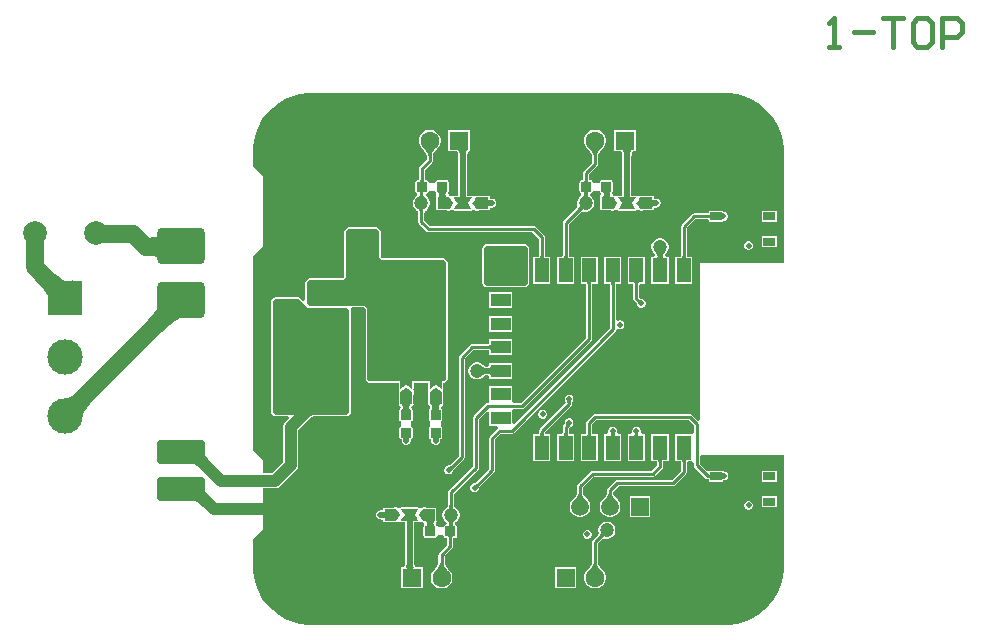
<source format=gtl>
G04*
G04 #@! TF.GenerationSoftware,Altium Limited,Altium Designer,23.4.1 (23)*
G04*
G04 Layer_Physical_Order=1*
G04 Layer_Color=255*
%FSLAX44Y44*%
%MOMM*%
G71*
G04*
G04 #@! TF.SameCoordinates,AC87B314-1984-4FFE-BA22-F28876D7C55D*
G04*
G04*
G04 #@! TF.FilePolarity,Positive*
G04*
G01*
G75*
%ADD14C,0.2500*%
%ADD17C,0.4000*%
%ADD28R,0.9906X0.7112*%
G04:AMPARAMS|DCode=29|XSize=0.9mm|YSize=1.4mm|CornerRadius=0.0675mm|HoleSize=0mm|Usage=FLASHONLY|Rotation=270.000|XOffset=0mm|YOffset=0mm|HoleType=Round|Shape=RoundedRectangle|*
%AMROUNDEDRECTD29*
21,1,0.9000,1.2650,0,0,270.0*
21,1,0.7650,1.4000,0,0,270.0*
1,1,0.1350,-0.6325,-0.3825*
1,1,0.1350,-0.6325,0.3825*
1,1,0.1350,0.6325,0.3825*
1,1,0.1350,0.6325,-0.3825*
%
%ADD29ROUNDEDRECTD29*%
G04:AMPARAMS|DCode=30|XSize=1.5mm|YSize=2mm|CornerRadius=0.1875mm|HoleSize=0mm|Usage=FLASHONLY|Rotation=270.000|XOffset=0mm|YOffset=0mm|HoleType=Round|Shape=RoundedRectangle|*
%AMROUNDEDRECTD30*
21,1,1.5000,1.6250,0,0,270.0*
21,1,1.1250,2.0000,0,0,270.0*
1,1,0.3750,-0.8125,-0.5625*
1,1,0.3750,-0.8125,0.5625*
1,1,0.3750,0.8125,0.5625*
1,1,0.3750,0.8125,-0.5625*
%
%ADD30ROUNDEDRECTD30*%
G04:AMPARAMS|DCode=31|XSize=3.8mm|YSize=2mm|CornerRadius=0.05mm|HoleSize=0mm|Usage=FLASHONLY|Rotation=270.000|XOffset=0mm|YOffset=0mm|HoleType=Round|Shape=RoundedRectangle|*
%AMROUNDEDRECTD31*
21,1,3.8000,1.9000,0,0,270.0*
21,1,3.7000,2.0000,0,0,270.0*
1,1,0.1000,-0.9500,-1.8500*
1,1,0.1000,-0.9500,1.8500*
1,1,0.1000,0.9500,1.8500*
1,1,0.1000,0.9500,-1.8500*
%
%ADD31ROUNDEDRECTD31*%
G04:AMPARAMS|DCode=32|XSize=0.9mm|YSize=1.4mm|CornerRadius=0.0675mm|HoleSize=0mm|Usage=FLASHONLY|Rotation=0.000|XOffset=0mm|YOffset=0mm|HoleType=Round|Shape=RoundedRectangle|*
%AMROUNDEDRECTD32*
21,1,0.9000,1.2650,0,0,0.0*
21,1,0.7650,1.4000,0,0,0.0*
1,1,0.1350,0.3825,-0.6325*
1,1,0.1350,-0.3825,-0.6325*
1,1,0.1350,-0.3825,0.6325*
1,1,0.1350,0.3825,0.6325*
%
%ADD32ROUNDEDRECTD32*%
G04:AMPARAMS|DCode=33|XSize=0.8mm|YSize=0.9mm|CornerRadius=0.06mm|HoleSize=0mm|Usage=FLASHONLY|Rotation=90.000|XOffset=0mm|YOffset=0mm|HoleType=Round|Shape=RoundedRectangle|*
%AMROUNDEDRECTD33*
21,1,0.8000,0.7800,0,0,90.0*
21,1,0.6800,0.9000,0,0,90.0*
1,1,0.1200,0.3900,0.3400*
1,1,0.1200,0.3900,-0.3400*
1,1,0.1200,-0.3900,-0.3400*
1,1,0.1200,-0.3900,0.3400*
%
%ADD33ROUNDEDRECTD33*%
G04:AMPARAMS|DCode=34|XSize=0.9mm|YSize=0.8mm|CornerRadius=0.06mm|HoleSize=0mm|Usage=FLASHONLY|Rotation=0.000|XOffset=0mm|YOffset=0mm|HoleType=Round|Shape=RoundedRectangle|*
%AMROUNDEDRECTD34*
21,1,0.9000,0.6800,0,0,0.0*
21,1,0.7800,0.8000,0,0,0.0*
1,1,0.1200,0.3900,-0.3400*
1,1,0.1200,-0.3900,-0.3400*
1,1,0.1200,-0.3900,0.3400*
1,1,0.1200,0.3900,0.3400*
%
%ADD34ROUNDEDRECTD34*%
%ADD35R,1.2000X2.0000*%
%ADD36R,1.7000X1.1000*%
G04:AMPARAMS|DCode=37|XSize=2mm|YSize=4mm|CornerRadius=0.2mm|HoleSize=0mm|Usage=FLASHONLY|Rotation=90.000|XOffset=0mm|YOffset=0mm|HoleType=Round|Shape=RoundedRectangle|*
%AMROUNDEDRECTD37*
21,1,2.0000,3.6000,0,0,90.0*
21,1,1.6000,4.0000,0,0,90.0*
1,1,0.4000,1.8000,0.8000*
1,1,0.4000,1.8000,-0.8000*
1,1,0.4000,-1.8000,-0.8000*
1,1,0.4000,-1.8000,0.8000*
%
%ADD37ROUNDEDRECTD37*%
G04:AMPARAMS|DCode=38|XSize=3mm|YSize=4mm|CornerRadius=0.3mm|HoleSize=0mm|Usage=FLASHONLY|Rotation=90.000|XOffset=0mm|YOffset=0mm|HoleType=Round|Shape=RoundedRectangle|*
%AMROUNDEDRECTD38*
21,1,3.0000,3.4000,0,0,90.0*
21,1,2.4000,4.0000,0,0,90.0*
1,1,0.6000,1.7000,1.2000*
1,1,0.6000,1.7000,-1.2000*
1,1,0.6000,-1.7000,-1.2000*
1,1,0.6000,-1.7000,1.2000*
%
%ADD38ROUNDEDRECTD38*%
%ADD63R,1.0000X0.9000*%
%ADD64C,1.2000*%
%ADD65R,0.5000X1.0000*%
%ADD66R,0.9000X1.0000*%
%ADD67C,0.5000*%
%ADD68C,1.5000*%
%ADD69C,1.0000*%
%ADD70C,0.3810*%
%ADD71R,3.0000X3.0000*%
%ADD72C,3.0000*%
%ADD73C,1.5000*%
%ADD74R,1.5000X1.5000*%
%ADD75C,1.6000*%
%ADD76R,1.6000X1.6000*%
%ADD77C,2.0000*%
%ADD78C,7.0000*%
%ADD79C,0.5000*%
G36*
X119139Y310891D02*
X119048Y311197D01*
X118774Y311470D01*
X118317Y311712D01*
X117677Y311921D01*
X116854Y312098D01*
X115849Y312243D01*
X113290Y312436D01*
X110000Y312500D01*
Y327500D01*
X111736Y327516D01*
X116854Y327902D01*
X117677Y328079D01*
X118317Y328288D01*
X118774Y328530D01*
X119048Y328803D01*
X119139Y329109D01*
Y310891D01*
D02*
G37*
G36*
X29698Y299617D02*
X35187Y294962D01*
X37612Y293267D01*
X39824Y291992D01*
X41824Y291139D01*
X43611Y290707D01*
X45185Y290697D01*
X46547Y291107D01*
X47695Y291939D01*
X26665Y270909D01*
X27497Y272057D01*
X27907Y273419D01*
X27897Y274993D01*
X27465Y276780D01*
X26612Y278780D01*
X25337Y280992D01*
X23642Y283417D01*
X21525Y286055D01*
X16028Y291970D01*
X26635Y302576D01*
X29698Y299617D01*
D02*
G37*
G36*
X145822Y260035D02*
X144358Y260581D01*
X142630Y260651D01*
X140638Y260245D01*
X138382Y259364D01*
X135862Y258008D01*
X133079Y256176D01*
X130031Y253869D01*
X123145Y247828D01*
X119306Y244095D01*
X108502Y254505D01*
X111722Y257831D01*
X116725Y263679D01*
X118507Y266202D01*
X119811Y268457D01*
X120635Y270445D01*
X120980Y272165D01*
X120845Y273617D01*
X120232Y274801D01*
X119139Y275718D01*
X145822Y260035D01*
D02*
G37*
G36*
X305000Y335000D02*
X307000Y333000D01*
Y311000D01*
X309000Y309000D01*
X362000D01*
X364000Y307000D01*
Y208000D01*
X362000Y206000D01*
X299000D01*
X297000Y208000D01*
Y268000D01*
X295000Y270000D01*
X248000D01*
X246000Y272000D01*
X246000Y290000D01*
X248000Y292000D01*
X277000D01*
X279000Y294000D01*
Y333000D01*
X281000Y335000D01*
X305000Y335000D01*
D02*
G37*
G36*
X360000Y200000D02*
X358000Y201250D01*
X355000Y203250D01*
X352000Y201250D01*
X350000Y200000D01*
Y205000D01*
X360000D01*
Y200000D01*
D02*
G37*
G36*
X335000Y200000D02*
X333000Y201250D01*
X330000Y203250D01*
X327000Y201250D01*
X325000Y200000D01*
Y205000D01*
X335000D01*
Y200000D01*
D02*
G37*
G36*
X358000Y198500D02*
X360000Y197250D01*
Y195000D01*
X350000D01*
Y197250D01*
X352000Y198500D01*
X355000Y200500D01*
X358000Y198500D01*
D02*
G37*
G36*
X333000Y198500D02*
X335000Y197250D01*
Y195000D01*
X325000D01*
Y197250D01*
X327000Y198500D01*
X330000Y200500D01*
X333000Y198500D01*
D02*
G37*
G36*
X359501Y186980D02*
X359081Y186830D01*
X358711Y186580D01*
X358390Y186230D01*
X358118Y185780D01*
X357896Y185230D01*
X357723Y184580D01*
X357663Y184218D01*
X357666Y184194D01*
X357794Y183566D01*
X357959Y183011D01*
X358161Y182530D01*
X358400Y182121D01*
X358675Y181786D01*
X358987Y181525D01*
X359336Y181336D01*
X350664D01*
X351013Y181525D01*
X351325Y181786D01*
X351601Y182122D01*
X351839Y182530D01*
X352041Y183011D01*
X352207Y183566D01*
X352335Y184194D01*
X352338Y184216D01*
X352278Y184580D01*
X352105Y185230D01*
X351883Y185780D01*
X351612Y186230D01*
X351291Y186580D01*
X350920Y186830D01*
X350500Y186980D01*
X350031Y187030D01*
X359970D01*
X359501Y186980D01*
D02*
G37*
G36*
X334501D02*
X334081Y186830D01*
X333711Y186580D01*
X333390Y186230D01*
X333118Y185780D01*
X332896Y185230D01*
X332723Y184580D01*
X332663Y184218D01*
X332666Y184194D01*
X332794Y183566D01*
X332959Y183011D01*
X333161Y182530D01*
X333400Y182121D01*
X333675Y181786D01*
X333987Y181525D01*
X334336Y181336D01*
X325664D01*
X326013Y181525D01*
X326325Y181786D01*
X326601Y182122D01*
X326839Y182530D01*
X327041Y183011D01*
X327207Y183566D01*
X327335Y184194D01*
X327338Y184216D01*
X327278Y184580D01*
X327105Y185230D01*
X326883Y185780D01*
X326612Y186230D01*
X326291Y186580D01*
X325920Y186830D01*
X325500Y186980D01*
X325031Y187030D01*
X334970D01*
X334501Y186980D01*
D02*
G37*
G36*
X62457Y187246D02*
X61337Y186084D01*
X59454Y183862D01*
X58690Y182801D01*
X58046Y181774D01*
X57520Y180782D01*
X57112Y179823D01*
X56824Y178898D01*
X56654Y178007D01*
X56603Y177150D01*
X41754Y191999D01*
X42611Y192050D01*
X43502Y192220D01*
X44427Y192509D01*
X45386Y192916D01*
X46378Y193442D01*
X47405Y194086D01*
X48465Y194850D01*
X49560Y195732D01*
X51850Y197853D01*
X62457Y187246D01*
D02*
G37*
G36*
X247000Y268000D02*
X280000Y268000D01*
X282000Y266000D01*
Y180000D01*
X280000Y178000D01*
X251083D01*
X250403Y177632D01*
X249271Y176889D01*
X248194Y176045D01*
X247172Y175100D01*
X244272Y178000D01*
X219000D01*
X217000Y180000D01*
Y274000D01*
X219000Y276000D01*
X239000D01*
X247000Y268000D01*
D02*
G37*
G36*
X486263Y161989D02*
X486300Y161559D01*
X486362Y161179D01*
X486450Y160850D01*
X486562Y160572D01*
X486700Y160344D01*
X486862Y160167D01*
X487050Y160040D01*
X487262Y159964D01*
X487500Y159939D01*
X482500D01*
X482738Y159964D01*
X482950Y160040D01*
X483138Y160167D01*
X483300Y160344D01*
X483438Y160572D01*
X483550Y160850D01*
X483638Y161179D01*
X483700Y161559D01*
X483737Y161989D01*
X483750Y162470D01*
X486250D01*
X486263Y161989D01*
D02*
G37*
G36*
X600000Y450000D02*
X600000Y450000D01*
X603277D01*
X609775Y449144D01*
X616106Y447448D01*
X622162Y444940D01*
X627838Y441663D01*
X633038Y437673D01*
X637673Y433038D01*
X641663Y427838D01*
X644940Y422162D01*
X647448Y416106D01*
X649144Y409775D01*
X650000Y403277D01*
X650000Y400000D01*
X650000Y306443D01*
X580096D01*
X579139Y306047D01*
X578743Y305090D01*
Y173690D01*
X576743Y172862D01*
X571802Y177802D01*
X570975Y178355D01*
X570000Y178549D01*
X490000D01*
X489025Y178355D01*
X488198Y177802D01*
X483198Y172802D01*
X482645Y171975D01*
X482451Y171000D01*
Y162625D01*
X482397Y162505D01*
X482386Y162065D01*
X482357Y161727D01*
X482313Y161463D01*
X482264Y161279D01*
X482252Y161250D01*
X477750D01*
Y138750D01*
X492250D01*
Y161250D01*
X487748D01*
X487736Y161279D01*
X487687Y161464D01*
X487643Y161727D01*
X487614Y162065D01*
X487603Y162505D01*
X487549Y162625D01*
Y169944D01*
X491056Y173451D01*
X568944D01*
X573451Y168944D01*
Y162753D01*
X572250Y161250D01*
X571451Y161250D01*
X557750D01*
Y138750D01*
X562252D01*
X562264Y138721D01*
X562313Y138537D01*
X562357Y138273D01*
X562386Y137935D01*
X562397Y137495D01*
X562451Y137375D01*
Y130056D01*
X554944Y122549D01*
X509000D01*
X508025Y122355D01*
X507198Y121802D01*
X500897Y115502D01*
X500345Y114675D01*
X500151Y113700D01*
Y112096D01*
X500100Y111996D01*
X500067Y111551D01*
X499983Y111156D01*
X499830Y110707D01*
X499602Y110205D01*
X499294Y109656D01*
X498903Y109064D01*
X498438Y108444D01*
X497218Y107049D01*
X496486Y106306D01*
X496387Y106062D01*
X495698Y105373D01*
X494546Y103378D01*
X493950Y101152D01*
Y98848D01*
X494546Y96623D01*
X495698Y94628D01*
X497327Y92998D01*
X499322Y91847D01*
X501548Y91250D01*
X503852D01*
X506077Y91847D01*
X508072Y92998D01*
X509701Y94628D01*
X510853Y96623D01*
X511450Y98848D01*
Y101152D01*
X510853Y103378D01*
X509701Y105373D01*
X509012Y106062D01*
X508913Y106306D01*
X508182Y107048D01*
X506962Y108444D01*
X506496Y109064D01*
X506105Y109656D01*
X505797Y110205D01*
X505569Y110706D01*
X505416Y111156D01*
X505332Y111551D01*
X505299Y111996D01*
X505249Y112096D01*
Y112644D01*
X510056Y117451D01*
X556000D01*
X556975Y117645D01*
X557802Y118198D01*
X566802Y127198D01*
X567355Y128025D01*
X567549Y129000D01*
Y136832D01*
X568979Y138750D01*
X572250Y138750D01*
X573451Y137247D01*
Y135000D01*
X573645Y134024D01*
X574198Y133198D01*
X583448Y123948D01*
X584274Y123395D01*
X584971Y123257D01*
X585218Y123147D01*
X585628Y123138D01*
X585943Y123112D01*
X586188Y123075D01*
X586297Y123048D01*
Y120944D01*
X598703D01*
Y122177D01*
X599000D01*
X599369Y122250D01*
X599746D01*
X600094Y122394D01*
X600463Y122468D01*
X600776Y122677D01*
X601124Y122821D01*
X601390Y123087D01*
X601704Y123296D01*
X601913Y123610D01*
X602179Y123876D01*
X602323Y124224D01*
X602532Y124537D01*
X602606Y124906D01*
X602750Y125254D01*
Y125631D01*
X602823Y126000D01*
X602750Y126369D01*
Y126746D01*
X602606Y127094D01*
X602532Y127463D01*
X602323Y127776D01*
X602179Y128124D01*
X601913Y128390D01*
X601704Y128704D01*
X601390Y128913D01*
X601124Y129179D01*
X600776Y129323D01*
X600463Y129532D01*
X600094Y129606D01*
X599746Y129750D01*
X599369D01*
X599000Y129824D01*
X598703D01*
Y130556D01*
X586297D01*
Y130556D01*
X584297Y130308D01*
X578549Y136056D01*
Y142123D01*
X580096Y143647D01*
X580549Y143647D01*
X650000D01*
X650000Y50000D01*
X650000D01*
Y46723D01*
X649144Y40225D01*
X647448Y33893D01*
X644940Y27838D01*
X641663Y22162D01*
X637673Y16962D01*
X633038Y12327D01*
X627838Y8337D01*
X622162Y5060D01*
X616106Y2552D01*
X609775Y856D01*
X603277Y0D01*
X600000D01*
X250000Y0D01*
Y0D01*
X246723D01*
X240225Y856D01*
X233894Y2552D01*
X227838Y5060D01*
X222162Y8337D01*
X216962Y12327D01*
X212327Y16962D01*
X208337Y22162D01*
X205060Y27838D01*
X202552Y33893D01*
X200856Y40225D01*
X200000Y46723D01*
Y50000D01*
Y71900D01*
X208890Y80790D01*
Y115650D01*
X219094D01*
X221532Y116135D01*
X223600Y117517D01*
X236859Y130776D01*
X238240Y132843D01*
X238725Y135282D01*
Y164713D01*
X248471Y174459D01*
X249072Y175014D01*
X250061Y175789D01*
X251098Y176469D01*
X251426Y176647D01*
X280000D01*
X280957Y177043D01*
X282957Y179043D01*
X283353Y180000D01*
Y266000D01*
X283085Y266647D01*
X283880Y268647D01*
X294440D01*
X295647Y267440D01*
Y208000D01*
X296043Y207043D01*
X298043Y205043D01*
X299000Y204647D01*
X323647D01*
Y200205D01*
X323647Y200000D01*
X323647Y200000D01*
X323791Y199653D01*
X323853Y199283D01*
X323682Y197554D01*
X323682Y197554D01*
X323708Y197397D01*
X323647Y197250D01*
X323647Y197250D01*
X323647Y197027D01*
Y195000D01*
X323751Y194749D01*
Y187292D01*
X323686Y187173D01*
X323691Y187060D01*
X323678Y187030D01*
X323751Y185749D01*
X324150D01*
X325413Y184016D01*
X325020Y182526D01*
X324893Y182370D01*
X324707Y182293D01*
X324579Y181983D01*
X324367Y181722D01*
X324375Y181648D01*
X324357Y181622D01*
X324214Y180900D01*
Y174100D01*
X324357Y173378D01*
X324766Y172766D01*
X325378Y172357D01*
X325500Y172333D01*
Y167667D01*
X325378Y167643D01*
X324766Y167234D01*
X324357Y166622D01*
X324214Y165900D01*
Y159100D01*
X324357Y158378D01*
X324766Y157766D01*
X325378Y157357D01*
X326100Y157214D01*
X326176D01*
Y156000D01*
X326250Y155631D01*
Y155254D01*
X326394Y154906D01*
X326468Y154537D01*
X326677Y154224D01*
X326821Y153876D01*
X327087Y153610D01*
X327296Y153296D01*
X327610Y153087D01*
X327876Y152821D01*
X328224Y152677D01*
X328537Y152468D01*
X328906Y152394D01*
X329254Y152250D01*
X329631D01*
X330000Y152177D01*
X330369Y152250D01*
X330746D01*
X331094Y152394D01*
X331463Y152468D01*
X331776Y152677D01*
X332124Y152821D01*
X332390Y153087D01*
X332704Y153296D01*
X332913Y153610D01*
X333179Y153876D01*
X333323Y154224D01*
X333532Y154537D01*
X333606Y154906D01*
X333750Y155254D01*
Y155631D01*
X333824Y156000D01*
Y157214D01*
X333900D01*
X334622Y157357D01*
X335234Y157766D01*
X335643Y158378D01*
X335786Y159100D01*
Y165900D01*
X335643Y166622D01*
X335234Y167234D01*
X334622Y167643D01*
X334500Y167667D01*
Y172333D01*
X334622Y172357D01*
X335234Y172766D01*
X335643Y173378D01*
X335786Y174100D01*
Y180900D01*
X335643Y181622D01*
X335625Y181648D01*
X335633Y181722D01*
X335421Y181983D01*
X335293Y182293D01*
X335107Y182370D01*
X334980Y182526D01*
X334588Y184016D01*
X335851Y185749D01*
X336251D01*
X336323Y187030D01*
X336311Y187060D01*
X336316Y187173D01*
X336251Y187292D01*
Y194753D01*
X336353Y195000D01*
Y197027D01*
X336353Y197250D01*
X336353Y197250D01*
X336304Y197470D01*
X336318Y197554D01*
X336147Y199283D01*
X336209Y199653D01*
X336353Y200000D01*
X336353Y200000D01*
X336353Y200205D01*
Y204647D01*
X348647D01*
Y200205D01*
X348647Y200000D01*
X348647Y200000D01*
X348791Y199653D01*
X348853Y199283D01*
X348682Y197554D01*
X348682Y197554D01*
X348708Y197397D01*
X348647Y197250D01*
X348647Y197250D01*
X348647Y197027D01*
Y195000D01*
X348751Y194749D01*
Y187749D01*
X348751Y187292D01*
X348686Y187173D01*
X348691Y187060D01*
X348678Y187030D01*
X348751Y185749D01*
X349150D01*
X350413Y184016D01*
X350020Y182526D01*
X349893Y182370D01*
X349707Y182293D01*
X349579Y181983D01*
X349367Y181722D01*
X349375Y181648D01*
X349357Y181622D01*
X349214Y180900D01*
Y174100D01*
X349357Y173378D01*
X349766Y172766D01*
X350378Y172357D01*
X350500Y172333D01*
Y167667D01*
X350378Y167643D01*
X349766Y167234D01*
X349357Y166622D01*
X349214Y165900D01*
Y159100D01*
X349357Y158378D01*
X349766Y157766D01*
X350378Y157357D01*
X351100Y157214D01*
X351176D01*
Y156000D01*
X351250Y155631D01*
Y155254D01*
X351394Y154906D01*
X351468Y154537D01*
X351677Y154224D01*
X351821Y153876D01*
X352087Y153610D01*
X352296Y153296D01*
X352610Y153087D01*
X352876Y152821D01*
X353224Y152677D01*
X353537Y152468D01*
X353906Y152394D01*
X354254Y152250D01*
X354631D01*
X355000Y152177D01*
X355369Y152250D01*
X355746D01*
X356094Y152394D01*
X356463Y152468D01*
X356776Y152677D01*
X357124Y152821D01*
X357390Y153087D01*
X357704Y153296D01*
X357913Y153610D01*
X358179Y153876D01*
X358323Y154224D01*
X358532Y154537D01*
X358606Y154906D01*
X358750Y155254D01*
Y155631D01*
X358824Y156000D01*
Y157214D01*
X358900D01*
X359622Y157357D01*
X360234Y157766D01*
X360643Y158378D01*
X360786Y159100D01*
Y165900D01*
X360643Y166622D01*
X360234Y167234D01*
X359622Y167643D01*
X359500Y167667D01*
Y172333D01*
X359622Y172357D01*
X360234Y172766D01*
X360643Y173378D01*
X360786Y174100D01*
Y180900D01*
X360643Y181622D01*
X360625Y181648D01*
X360633Y181722D01*
X360421Y181983D01*
X360293Y182293D01*
X360107Y182370D01*
X359980Y182526D01*
X359588Y184016D01*
X360851Y185749D01*
X361251D01*
X361323Y187030D01*
X361311Y187060D01*
X361316Y187173D01*
X361251Y187292D01*
Y194753D01*
X361353Y195000D01*
Y197027D01*
X361353Y197250D01*
X361353Y197250D01*
X361304Y197470D01*
X361318Y197554D01*
X361147Y199283D01*
X361209Y199653D01*
X361353Y200000D01*
X361353Y200000D01*
X361353Y200205D01*
Y204647D01*
X362000D01*
X362957Y205043D01*
X364957Y207043D01*
X365353Y208000D01*
Y307000D01*
X364957Y307957D01*
X362957Y309957D01*
X362000Y310353D01*
X309560D01*
X308353Y311560D01*
Y333000D01*
X307957Y333957D01*
X305957Y335957D01*
X305000Y336353D01*
X281000Y336353D01*
X280043Y335957D01*
X278043Y333957D01*
X277647Y333000D01*
Y294560D01*
X276440Y293353D01*
X248000D01*
X247043Y292957D01*
X245043Y290957D01*
X244647Y290000D01*
X244647Y274880D01*
X242799Y274114D01*
X239957Y276957D01*
X239000Y277353D01*
X219000D01*
X218043Y276957D01*
X216043Y274957D01*
X215647Y274000D01*
Y180000D01*
X216043Y179043D01*
X218043Y177043D01*
X219000Y176647D01*
X230022D01*
X230787Y174799D01*
X227847Y171859D01*
X226466Y169792D01*
X225981Y167353D01*
Y137922D01*
X216454Y128395D01*
X208890D01*
Y139210D01*
X200000Y148100D01*
X200000Y311900D01*
X208890Y320790D01*
Y379210D01*
X200000Y388100D01*
Y398116D01*
X200000Y400000D01*
X200000Y400000D01*
X200000Y400000D01*
X200000Y403277D01*
X200856Y409775D01*
X202552Y416106D01*
X205060Y422162D01*
X208337Y427838D01*
X212327Y433038D01*
X216962Y437673D01*
X222162Y441663D01*
X227838Y444940D01*
X233894Y447448D01*
X240224Y449145D01*
X246723Y450000D01*
X250000D01*
X600000Y450000D01*
X600000Y450000D01*
D02*
G37*
G36*
X567262Y140036D02*
X567050Y139960D01*
X566862Y139833D01*
X566700Y139656D01*
X566562Y139428D01*
X566450Y139150D01*
X566362Y138821D01*
X566300Y138441D01*
X566263Y138011D01*
X566250Y137530D01*
X563750D01*
X563737Y138011D01*
X563700Y138441D01*
X563638Y138821D01*
X563550Y139150D01*
X563438Y139428D01*
X563300Y139656D01*
X563138Y139833D01*
X562950Y139960D01*
X562738Y140036D01*
X562500Y140061D01*
X567500D01*
X567262Y140036D01*
D02*
G37*
G36*
X158519Y149359D02*
X158239Y148442D01*
X158242Y147383D01*
X158528Y146182D01*
X159097Y144838D01*
X159948Y143353D01*
X161083Y141726D01*
X162500Y139957D01*
X166183Y135992D01*
X159112Y128921D01*
X157059Y130904D01*
X153378Y134021D01*
X151751Y135156D01*
X150266Y136007D01*
X148922Y136576D01*
X147721Y136862D01*
X146662Y136865D01*
X145745Y136585D01*
X144970Y136022D01*
X159082Y150134D01*
X158519Y149359D01*
D02*
G37*
G36*
X587608Y127099D02*
X590036Y127269D01*
X590365Y127351D01*
X590607Y127445D01*
X590764Y127549D01*
Y123951D01*
X590607Y124055D01*
X590365Y124149D01*
X590036Y124231D01*
X589622Y124302D01*
X588536Y124412D01*
X587608Y124455D01*
Y123422D01*
X587584Y123627D01*
X587514Y123810D01*
X587396Y123972D01*
X587231Y124112D01*
X587019Y124231D01*
X586759Y124328D01*
X586452Y124403D01*
X586099Y124457D01*
X585698Y124489D01*
X585250Y124500D01*
Y127000D01*
X585698Y127011D01*
X586099Y127043D01*
X586452Y127097D01*
X586759Y127172D01*
X587019Y127269D01*
X587231Y127388D01*
X587396Y127528D01*
X587514Y127690D01*
X587584Y127873D01*
X587608Y128077D01*
Y127099D01*
D02*
G37*
G36*
X503990Y111359D02*
X504110Y110796D01*
X504310Y110207D01*
X504590Y109592D01*
X504950Y108951D01*
X505390Y108285D01*
X505910Y107591D01*
X507190Y106127D01*
X507950Y105356D01*
X497450D01*
X498210Y106127D01*
X499490Y107591D01*
X500010Y108285D01*
X500450Y108951D01*
X500810Y109592D01*
X501090Y110207D01*
X501290Y110796D01*
X501410Y111359D01*
X501450Y111895D01*
X503950D01*
X503990Y111359D01*
D02*
G37*
G36*
X158581Y119684D02*
X158350Y118718D01*
X158387Y117625D01*
X158694Y116403D01*
X159270Y115052D01*
X160114Y113574D01*
X161228Y111968D01*
X162611Y110233D01*
X164263Y108370D01*
X166183Y106379D01*
X160499Y97921D01*
X158384Y99966D01*
X154620Y103167D01*
X152972Y104322D01*
X151480Y105180D01*
X150143Y105742D01*
X148963Y106007D01*
X147938Y105976D01*
X147070Y105647D01*
X146357Y105022D01*
X159082Y120521D01*
X158581Y119684D01*
D02*
G37*
%LPC*%
G36*
X524250Y419250D02*
X505750D01*
Y400750D01*
X511739D01*
X511858Y400685D01*
X512175Y400652D01*
X512290Y400611D01*
X512392Y400543D01*
X512516Y400409D01*
X512664Y400168D01*
X512816Y399797D01*
X512951Y399293D01*
X513057Y398660D01*
X513124Y397903D01*
X513148Y396995D01*
X513176Y396930D01*
Y363353D01*
X509705D01*
X509500Y363353D01*
X509500Y363353D01*
X509153Y363209D01*
X508783Y363147D01*
X508783Y363147D01*
X507662Y362959D01*
X507632Y362959D01*
X506821Y362961D01*
X506552Y363020D01*
X506361Y363100D01*
X506055Y363317D01*
X505898Y363291D01*
X505751Y363352D01*
X505068Y364162D01*
X504734Y366266D01*
X505143Y366878D01*
X505286Y367600D01*
Y374400D01*
X505143Y375122D01*
X504734Y375734D01*
X504122Y376143D01*
X503400Y376286D01*
X495600D01*
X494878Y376143D01*
X494266Y375734D01*
X493857Y375122D01*
X493000Y374353D01*
X489000D01*
X488143Y375122D01*
X487734Y375734D01*
X487122Y376143D01*
X486400Y376286D01*
X485252D01*
X485236Y376326D01*
X485187Y376510D01*
X485144Y376774D01*
X485114Y377112D01*
X485103Y377552D01*
X485049Y377672D01*
Y381444D01*
X491802Y388198D01*
X492355Y389025D01*
X492549Y390000D01*
Y397095D01*
X492599Y397194D01*
X492635Y397659D01*
X492728Y398079D01*
X492896Y398561D01*
X493148Y399101D01*
X493488Y399694D01*
X493918Y400336D01*
X494430Y401010D01*
X495764Y402527D01*
X496563Y403336D01*
X496662Y403581D01*
X497402Y404320D01*
X498620Y406430D01*
X499250Y408782D01*
Y411218D01*
X498620Y413570D01*
X497402Y415680D01*
X495680Y417402D01*
X493570Y418620D01*
X491218Y419250D01*
X488782D01*
X486430Y418620D01*
X484320Y417402D01*
X482598Y415680D01*
X481380Y413570D01*
X480750Y411218D01*
Y408782D01*
X481380Y406430D01*
X482598Y404320D01*
X483338Y403581D01*
X483437Y403336D01*
X484236Y402527D01*
X485570Y401010D01*
X486082Y400336D01*
X486512Y399694D01*
X486852Y399101D01*
X487104Y398561D01*
X487272Y398079D01*
X487365Y397659D01*
X487401Y397194D01*
X487451Y397095D01*
Y391056D01*
X480698Y384302D01*
X480145Y383475D01*
X479951Y382500D01*
Y377672D01*
X479897Y377552D01*
X479886Y377112D01*
X479857Y376774D01*
X479813Y376510D01*
X479764Y376326D01*
X479748Y376286D01*
X478600D01*
X477878Y376143D01*
X477266Y375734D01*
X476857Y375122D01*
X476714Y374400D01*
Y367600D01*
X476857Y366878D01*
X477266Y366266D01*
X477878Y365857D01*
X478066Y365820D01*
X478300Y365497D01*
X478439Y365019D01*
X478446Y364911D01*
X478163Y363156D01*
X477548Y362801D01*
X476199Y361452D01*
X475244Y359798D01*
X474750Y357954D01*
Y356045D01*
X475042Y354957D01*
X475022Y354911D01*
X475096Y354733D01*
X475074Y354541D01*
X475119Y354383D01*
X475125Y354328D01*
X475123Y354258D01*
X475104Y354161D01*
X475061Y354031D01*
X474984Y353866D01*
X474867Y353668D01*
X474705Y353443D01*
X474497Y353193D01*
X474216Y352896D01*
X474169Y352774D01*
X463198Y341802D01*
X462645Y340975D01*
X462451Y340000D01*
Y312625D01*
X462397Y312505D01*
X462386Y312065D01*
X462357Y311727D01*
X462313Y311464D01*
X462264Y311279D01*
X462252Y311250D01*
X457750D01*
Y288750D01*
X472250D01*
Y311250D01*
X467748D01*
X467736Y311279D01*
X467687Y311464D01*
X467643Y311727D01*
X467614Y312065D01*
X467603Y312505D01*
X467549Y312625D01*
Y338944D01*
X477774Y349169D01*
X477896Y349216D01*
X478193Y349497D01*
X478443Y349705D01*
X478668Y349867D01*
X478866Y349984D01*
X479031Y350061D01*
X479161Y350104D01*
X479258Y350123D01*
X479328Y350125D01*
X479383Y350119D01*
X479541Y350074D01*
X479733Y350096D01*
X479911Y350022D01*
X479957Y350042D01*
X481045Y349750D01*
X482954D01*
X484798Y350244D01*
X486452Y351199D01*
X487801Y352548D01*
X488756Y354202D01*
X489250Y356045D01*
Y357954D01*
X488756Y359798D01*
X487801Y361452D01*
X486452Y362801D01*
X486085Y363013D01*
X485791Y363804D01*
X485772Y363933D01*
X486400Y365714D01*
X487122Y365857D01*
X487734Y366266D01*
X488143Y366878D01*
X489000Y367647D01*
X493000D01*
X493857Y366878D01*
X494266Y366266D01*
X494878Y365857D01*
X495204Y364964D01*
X494261Y363250D01*
X494250D01*
Y350750D01*
X503250D01*
X503501Y350646D01*
X505751D01*
X505898Y350707D01*
X506055Y350681D01*
X506361Y350899D01*
X506552Y350978D01*
X506820Y351038D01*
X507619Y351040D01*
X507870Y351040D01*
X508783Y350853D01*
X509153Y350791D01*
X509500Y350647D01*
X509500Y350647D01*
X509705Y350647D01*
X524295D01*
X524500Y350647D01*
X524500Y350647D01*
X524847Y350791D01*
X525217Y350853D01*
X525218Y350853D01*
X526339Y351040D01*
X526381Y351040D01*
X527180Y351038D01*
X527448Y350978D01*
X527639Y350899D01*
X527945Y350681D01*
X528102Y350707D01*
X528249Y350646D01*
X530499D01*
X530750Y350750D01*
X539750D01*
Y353025D01*
X539815Y353037D01*
X541159Y353140D01*
X541732Y353147D01*
X541874Y353208D01*
X542371Y353307D01*
X542518D01*
X542654Y353363D01*
X543179Y353468D01*
X543623Y353765D01*
X543897Y353878D01*
X544106Y354087D01*
X544419Y354296D01*
X544476Y354353D01*
X544685Y354666D01*
X544952Y354933D01*
X545096Y355281D01*
X545305Y355594D01*
X545378Y355963D01*
X545522Y356311D01*
Y356688D01*
X545596Y357057D01*
X545522Y357426D01*
Y357803D01*
X545378Y358151D01*
X545305Y358520D01*
X545096Y358833D01*
X544952Y359181D01*
X544685Y359447D01*
X544476Y359761D01*
X544163Y359970D01*
X543897Y360236D01*
X543549Y360380D01*
X543236Y360589D01*
X542866Y360663D01*
X542518Y360807D01*
X542142D01*
X541772Y360880D01*
X541640Y360854D01*
X541146Y360860D01*
X540182Y360915D01*
X539846Y360957D01*
X539750Y360975D01*
Y363250D01*
X530746D01*
X530499Y363352D01*
X528249D01*
X528102Y363291D01*
X527945Y363317D01*
X527639Y363100D01*
X527448Y363020D01*
X527179Y362961D01*
X526368Y362959D01*
X526125Y362960D01*
X525217Y363147D01*
X524847Y363209D01*
X524500Y363353D01*
X524500Y363353D01*
X524295Y363353D01*
X520824D01*
Y396930D01*
X520853Y396995D01*
X520877Y397903D01*
X520943Y398660D01*
X521049Y399293D01*
X521184Y399797D01*
X521336Y400168D01*
X521484Y400409D01*
X521608Y400543D01*
X521710Y400611D01*
X521825Y400652D01*
X522142Y400685D01*
X522261Y400750D01*
X524250D01*
Y419250D01*
D02*
G37*
G36*
X384250D02*
X365750D01*
Y400750D01*
X372739D01*
X372858Y400685D01*
X373175Y400652D01*
X373290Y400611D01*
X373392Y400543D01*
X373516Y400409D01*
X373664Y400168D01*
X373816Y399797D01*
X373951Y399293D01*
X374057Y398660D01*
X374124Y397903D01*
X374147Y396995D01*
X374176Y396930D01*
Y363353D01*
X370705D01*
X370500Y363353D01*
X370500Y363353D01*
X370153Y363209D01*
X369783Y363147D01*
X369782Y363147D01*
X368661Y362959D01*
X368632Y362959D01*
X367821Y362961D01*
X367552Y363020D01*
X367361Y363100D01*
X367055Y363317D01*
X366125Y364066D01*
X365512Y365139D01*
X365793Y366207D01*
X365921Y366517D01*
X366133Y366778D01*
X366125Y366852D01*
X366143Y366878D01*
X366286Y367600D01*
Y374400D01*
X366143Y375122D01*
X365734Y375734D01*
X365122Y376143D01*
X364400Y376286D01*
X356600D01*
X355878Y376143D01*
X355266Y375734D01*
X354857Y375122D01*
X354006Y374353D01*
X350006D01*
X349143Y375122D01*
X348734Y375734D01*
X348122Y376143D01*
X347400Y376286D01*
X346252D01*
X346236Y376326D01*
X346187Y376510D01*
X346143Y376774D01*
X346114Y377112D01*
X346103Y377552D01*
X346049Y377672D01*
Y385444D01*
X351802Y391198D01*
X352355Y392025D01*
X352549Y393000D01*
Y397095D01*
X352599Y397193D01*
X352635Y397659D01*
X352728Y398079D01*
X352896Y398561D01*
X353148Y399101D01*
X353488Y399694D01*
X353918Y400336D01*
X354430Y401010D01*
X355764Y402527D01*
X356563Y403336D01*
X356662Y403581D01*
X357402Y404320D01*
X358620Y406430D01*
X359250Y408782D01*
Y411218D01*
X358620Y413570D01*
X357402Y415680D01*
X355680Y417402D01*
X353570Y418620D01*
X351218Y419250D01*
X348782D01*
X346430Y418620D01*
X344320Y417402D01*
X342598Y415680D01*
X341380Y413570D01*
X340750Y411218D01*
Y408782D01*
X341380Y406430D01*
X342598Y404320D01*
X343338Y403581D01*
X343437Y403336D01*
X344236Y402527D01*
X345570Y401010D01*
X346082Y400336D01*
X346512Y399694D01*
X346852Y399101D01*
X347104Y398561D01*
X347272Y398079D01*
X347365Y397659D01*
X347401Y397193D01*
X347451Y397095D01*
Y394056D01*
X341698Y388302D01*
X341145Y387476D01*
X340951Y386500D01*
Y377672D01*
X340897Y377552D01*
X340886Y377112D01*
X340857Y376774D01*
X340813Y376510D01*
X340764Y376326D01*
X340748Y376286D01*
X339600D01*
X338878Y376143D01*
X338266Y375734D01*
X337857Y375122D01*
X337714Y374400D01*
Y367600D01*
X337857Y366878D01*
X338266Y366266D01*
X338878Y365857D01*
X339066Y365820D01*
X339300Y365497D01*
X339439Y365019D01*
X339446Y364911D01*
X339163Y363156D01*
X338548Y362801D01*
X337199Y361452D01*
X336244Y359798D01*
X335750Y357954D01*
Y356045D01*
X336244Y354202D01*
X337199Y352548D01*
X338548Y351199D01*
X339524Y350635D01*
X339543Y350589D01*
X339722Y350515D01*
X339842Y350364D01*
X339985Y350284D01*
X340028Y350249D01*
X340076Y350198D01*
X340131Y350117D01*
X340193Y349994D01*
X340255Y349823D01*
X340312Y349600D01*
X340357Y349326D01*
X340386Y349003D01*
X340397Y348594D01*
X340451Y348474D01*
Y341000D01*
X340645Y340024D01*
X341198Y339198D01*
X347198Y333198D01*
X348025Y332645D01*
X349000Y332451D01*
X436944D01*
X442451Y326944D01*
Y312625D01*
X442397Y312505D01*
X442386Y312065D01*
X442357Y311727D01*
X442313Y311464D01*
X442264Y311279D01*
X442252Y311250D01*
X437750D01*
Y288750D01*
X452250D01*
Y311250D01*
X447748D01*
X447736Y311279D01*
X447687Y311464D01*
X447643Y311727D01*
X447614Y312065D01*
X447603Y312505D01*
X447549Y312625D01*
Y328000D01*
X447355Y328975D01*
X446802Y329802D01*
X439802Y336802D01*
X438975Y337355D01*
X438000Y337549D01*
X350056D01*
X345549Y342056D01*
Y348474D01*
X345602Y348594D01*
X345614Y349003D01*
X345643Y349326D01*
X345688Y349600D01*
X345745Y349823D01*
X345807Y349994D01*
X345869Y350117D01*
X345924Y350198D01*
X345972Y350249D01*
X346016Y350284D01*
X346158Y350364D01*
X346278Y350515D01*
X346457Y350589D01*
X346476Y350635D01*
X347452Y351199D01*
X348801Y352548D01*
X349756Y354202D01*
X350250Y356045D01*
Y357954D01*
X349756Y359798D01*
X348801Y361452D01*
X347452Y362801D01*
X347085Y363013D01*
X346792Y363803D01*
X346772Y363933D01*
X347400Y365714D01*
X348122Y365857D01*
X348734Y366266D01*
X349143Y366878D01*
X350006Y367647D01*
X353204D01*
X354626Y366904D01*
X355207Y366207D01*
X355393Y366130D01*
X355520Y365974D01*
X355677Y364001D01*
X355250Y363250D01*
X355177Y361969D01*
X355205Y361904D01*
X355199Y361731D01*
X355250Y361651D01*
Y350750D01*
X364250D01*
X364501Y350646D01*
X366751D01*
X366898Y350707D01*
X367055Y350681D01*
X367361Y350899D01*
X367552Y350978D01*
X367820Y351038D01*
X368619Y351040D01*
X368870Y351040D01*
X369783Y350853D01*
X370153Y350791D01*
X370500Y350647D01*
X370500Y350647D01*
X370705Y350647D01*
X385295D01*
X385500Y350647D01*
X385500Y350647D01*
X385847Y350791D01*
X386217Y350853D01*
X386217Y350853D01*
X387339Y351040D01*
X387381Y351040D01*
X388180Y351038D01*
X388448Y350978D01*
X388639Y350899D01*
X388945Y350681D01*
X389102Y350707D01*
X389249Y350646D01*
X391499D01*
X391750Y350750D01*
X400750D01*
Y353025D01*
X400816Y353037D01*
X402159Y353140D01*
X402732Y353147D01*
X402874Y353208D01*
X403371Y353307D01*
X403518D01*
X403655Y353363D01*
X404179Y353468D01*
X404623Y353765D01*
X404897Y353878D01*
X405106Y354087D01*
X405419Y354296D01*
X405476Y354353D01*
X405685Y354666D01*
X405952Y354933D01*
X406096Y355281D01*
X406305Y355594D01*
X406378Y355963D01*
X406522Y356311D01*
Y356688D01*
X406596Y357057D01*
X406522Y357426D01*
Y357803D01*
X406378Y358151D01*
X406305Y358520D01*
X406096Y358833D01*
X405952Y359181D01*
X405685Y359447D01*
X405476Y359761D01*
X405163Y359970D01*
X404897Y360236D01*
X404549Y360380D01*
X404236Y360589D01*
X403866Y360663D01*
X403518Y360807D01*
X403142D01*
X402772Y360880D01*
X402640Y360854D01*
X402146Y360860D01*
X401182Y360915D01*
X400846Y360957D01*
X400750Y360975D01*
Y363250D01*
X391746D01*
X391499Y363352D01*
X389249D01*
X389102Y363291D01*
X388945Y363317D01*
X388639Y363100D01*
X388448Y363020D01*
X388179Y362961D01*
X387368Y362959D01*
X387125Y362960D01*
X386217Y363147D01*
X385847Y363209D01*
X385500Y363353D01*
X385500Y363353D01*
X385295Y363353D01*
X381824D01*
Y396930D01*
X381853Y396995D01*
X381876Y397904D01*
X381942Y398662D01*
X382047Y399296D01*
X382181Y399801D01*
X382331Y400174D01*
X382477Y400415D01*
X382599Y400548D01*
X382696Y400614D01*
X382804Y400652D01*
X383113Y400685D01*
X383113Y400685D01*
X383232Y400750D01*
X384250D01*
X384323Y402030D01*
X384310Y402061D01*
X384315Y402174D01*
X384250Y402293D01*
Y419250D01*
D02*
G37*
G36*
X643703Y350556D02*
X631297D01*
Y340944D01*
X643703D01*
Y350556D01*
D02*
G37*
G36*
X598703D02*
X586297D01*
Y348498D01*
X586268Y348486D01*
X586083Y348437D01*
X585820Y348393D01*
X585482Y348364D01*
X585042Y348353D01*
X584922Y348299D01*
X573750D01*
X572775Y348105D01*
X571948Y347552D01*
X563198Y338802D01*
X562645Y337976D01*
X562451Y337000D01*
Y312625D01*
X562397Y312505D01*
X562386Y312065D01*
X562357Y311727D01*
X562313Y311464D01*
X562264Y311279D01*
X562252Y311250D01*
X557750D01*
Y288750D01*
X572250D01*
Y311250D01*
X567748D01*
X567736Y311279D01*
X567687Y311464D01*
X567643Y311727D01*
X567614Y312065D01*
X567603Y312505D01*
X567549Y312625D01*
Y335944D01*
X574806Y343201D01*
X584922D01*
X585042Y343147D01*
X585482Y343136D01*
X585820Y343107D01*
X586084Y343063D01*
X586268Y343014D01*
X586297Y343002D01*
Y340944D01*
X598703D01*
Y341926D01*
X598750D01*
X599119Y342000D01*
X599496D01*
X599844Y342144D01*
X600213Y342218D01*
X600526Y342427D01*
X600874Y342571D01*
X601140Y342837D01*
X601454Y343046D01*
X601663Y343359D01*
X601929Y343626D01*
X602073Y343974D01*
X602282Y344287D01*
X602356Y344656D01*
X602500Y345004D01*
Y345381D01*
X602573Y345750D01*
X602500Y346119D01*
Y346496D01*
X602356Y346844D01*
X602282Y347213D01*
X602073Y347526D01*
X601929Y347874D01*
X601663Y348140D01*
X601454Y348454D01*
X601140Y348663D01*
X600874Y348929D01*
X600526Y349073D01*
X600213Y349282D01*
X599844Y349356D01*
X599496Y349500D01*
X599119D01*
X598750Y349573D01*
X598703D01*
Y350556D01*
D02*
G37*
G36*
X643703Y329056D02*
X631297D01*
Y319444D01*
X643703D01*
Y329056D01*
D02*
G37*
G36*
X620746Y324750D02*
X619254D01*
X617876Y324179D01*
X616821Y323124D01*
X616250Y321746D01*
Y320254D01*
X616821Y318876D01*
X617876Y317821D01*
X619254Y317250D01*
X620746D01*
X622124Y317821D01*
X623179Y318876D01*
X623750Y320254D01*
Y321746D01*
X623179Y323124D01*
X622124Y324179D01*
X620746Y324750D01*
D02*
G37*
G36*
X545955Y327250D02*
X544045D01*
X542202Y326756D01*
X540548Y325801D01*
X539199Y324452D01*
X538244Y322798D01*
X537750Y320955D01*
Y319046D01*
X538244Y317202D01*
X539199Y315548D01*
X540159Y314588D01*
X540233Y314408D01*
X540843Y312861D01*
X539651Y311250D01*
X537750D01*
Y288750D01*
X552250D01*
Y311250D01*
X550349D01*
X549157Y312861D01*
X549767Y314408D01*
X549841Y314588D01*
X550801Y315548D01*
X551756Y317202D01*
X552250Y319046D01*
Y320955D01*
X551756Y322798D01*
X550801Y324452D01*
X549452Y325801D01*
X547798Y326756D01*
X545955Y327250D01*
D02*
G37*
G36*
X431000Y322353D02*
X398000D01*
X397043Y321957D01*
X395043Y319957D01*
X394647Y319000D01*
Y289000D01*
X395043Y288043D01*
X397043Y286043D01*
X398000Y285647D01*
X431000D01*
X431957Y286043D01*
X433957Y288043D01*
X434353Y289000D01*
Y319000D01*
X433957Y319957D01*
X431957Y321957D01*
X431000Y322353D01*
D02*
G37*
G36*
X419750Y281750D02*
X400250D01*
Y268250D01*
X419750D01*
Y281750D01*
D02*
G37*
G36*
X532250Y311250D02*
X517750D01*
Y288750D01*
X522252D01*
X522264Y288721D01*
X522313Y288536D01*
X522357Y288273D01*
X522386Y287935D01*
X522397Y287495D01*
X522451Y287375D01*
Y276000D01*
X522645Y275025D01*
X523198Y274198D01*
X524488Y272908D01*
X524532Y272789D01*
X524854Y272441D01*
X524949Y272323D01*
X525029Y272211D01*
X525088Y272118D01*
X525125Y272048D01*
X525144Y272003D01*
X525147Y271994D01*
X525149Y271945D01*
X525162Y271920D01*
X525163Y271915D01*
X525168Y271906D01*
X525250Y271738D01*
Y271254D01*
X525821Y269876D01*
X526876Y268821D01*
X528254Y268250D01*
X529746D01*
X531124Y268821D01*
X532179Y269876D01*
X532750Y271254D01*
Y272746D01*
X532179Y274124D01*
X531124Y275179D01*
X529746Y275750D01*
X529262D01*
X529094Y275832D01*
X529085Y275837D01*
X529080Y275839D01*
X529055Y275851D01*
X529006Y275853D01*
X528997Y275856D01*
X528952Y275875D01*
X528882Y275912D01*
X528789Y275971D01*
X528690Y276042D01*
X528394Y276293D01*
X528231Y276450D01*
X528106Y276499D01*
X527549Y277056D01*
Y287375D01*
X527603Y287495D01*
X527614Y287935D01*
X527643Y288273D01*
X527687Y288536D01*
X527736Y288721D01*
X527748Y288750D01*
X532250D01*
Y311250D01*
D02*
G37*
G36*
X419750Y261750D02*
X400250D01*
Y248250D01*
X419750D01*
Y261750D01*
D02*
G37*
G36*
Y241750D02*
X400250D01*
Y237761D01*
X400246Y237755D01*
X400197Y237734D01*
X400018Y237686D01*
X399760Y237643D01*
X399428Y237614D01*
X398995Y237603D01*
X398875Y237549D01*
X386000D01*
X385025Y237355D01*
X384198Y236802D01*
X375198Y227802D01*
X374645Y226975D01*
X374451Y226000D01*
Y143056D01*
X366908Y135512D01*
X366788Y135468D01*
X366441Y135146D01*
X366323Y135051D01*
X366211Y134971D01*
X366118Y134913D01*
X366048Y134875D01*
X366003Y134856D01*
X365994Y134853D01*
X365945Y134851D01*
X365920Y134838D01*
X365915Y134838D01*
X365906Y134832D01*
X365738Y134750D01*
X365254D01*
X363876Y134179D01*
X362821Y133124D01*
X362250Y131746D01*
Y130254D01*
X362821Y128876D01*
X363876Y127821D01*
X365254Y127250D01*
X366746D01*
X368124Y127821D01*
X369179Y128876D01*
X369750Y130254D01*
Y130738D01*
X369832Y130906D01*
X369837Y130915D01*
X369838Y130920D01*
X369851Y130944D01*
X369853Y130994D01*
X369856Y131003D01*
X369875Y131048D01*
X369912Y131118D01*
X369971Y131211D01*
X370042Y131310D01*
X370293Y131606D01*
X370450Y131769D01*
X370499Y131894D01*
X378802Y140198D01*
X379355Y141025D01*
X379549Y142000D01*
Y224944D01*
X387056Y232451D01*
X398875D01*
X398995Y232397D01*
X399428Y232386D01*
X399760Y232357D01*
X400018Y232314D01*
X400197Y232266D01*
X400246Y232245D01*
X400250Y232239D01*
Y228250D01*
X419750D01*
Y241750D01*
D02*
G37*
G36*
X390955Y222250D02*
X389045D01*
X387202Y221756D01*
X385548Y220801D01*
X384199Y219452D01*
X383244Y217798D01*
X382750Y215954D01*
Y214046D01*
X383244Y212202D01*
X384199Y210548D01*
X385548Y209199D01*
X387202Y208244D01*
X389045Y207750D01*
X390955D01*
X392798Y208244D01*
X394452Y209199D01*
X395412Y210159D01*
X395592Y210233D01*
X395604Y210264D01*
X395634Y210278D01*
X395917Y210587D01*
X396175Y210816D01*
X396461Y211021D01*
X396777Y211201D01*
X397129Y211358D01*
X397519Y211491D01*
X397951Y211597D01*
X398359Y211665D01*
X398835Y211512D01*
X400250Y210580D01*
Y208250D01*
X419750D01*
Y221750D01*
X400250D01*
Y219420D01*
X398835Y218488D01*
X398359Y218335D01*
X397950Y218403D01*
X397519Y218509D01*
X397129Y218642D01*
X396777Y218799D01*
X396461Y218980D01*
X396175Y219184D01*
X395917Y219413D01*
X395634Y219722D01*
X395604Y219736D01*
X395592Y219767D01*
X395412Y219841D01*
X394452Y220801D01*
X392798Y221756D01*
X390955Y222250D01*
D02*
G37*
G36*
X446408Y182086D02*
X444916D01*
X443537Y181515D01*
X442482Y180460D01*
X441912Y179082D01*
Y177590D01*
X442482Y176211D01*
X443537Y175156D01*
X444916Y174586D01*
X446408D01*
X447786Y175156D01*
X448841Y176211D01*
X449412Y177590D01*
Y179082D01*
X448841Y180460D01*
X447786Y181515D01*
X446408Y182086D01*
D02*
G37*
G36*
X512250Y311250D02*
X497750D01*
Y288750D01*
X502252D01*
X502264Y288721D01*
X502313Y288536D01*
X502357Y288273D01*
X502386Y287935D01*
X502397Y287495D01*
X502451Y287375D01*
Y251056D01*
X421598Y170203D01*
X419750Y170968D01*
X419750Y181750D01*
X421460Y182451D01*
X428000D01*
X428975Y182645D01*
X429802Y183198D01*
X486802Y240198D01*
X487355Y241024D01*
X487549Y242000D01*
Y287375D01*
X487603Y287495D01*
X487614Y287935D01*
X487643Y288273D01*
X487687Y288537D01*
X487736Y288721D01*
X487748Y288750D01*
X492250D01*
Y311250D01*
X477750D01*
Y288750D01*
X482252D01*
X482264Y288721D01*
X482313Y288536D01*
X482357Y288273D01*
X482386Y287935D01*
X482397Y287495D01*
X482451Y287375D01*
Y243056D01*
X426944Y187549D01*
X421460D01*
X419750Y188250D01*
X419750Y189549D01*
Y201750D01*
X400250D01*
X400250Y189004D01*
X399165Y187741D01*
X398575Y187465D01*
X398025Y187355D01*
X397198Y186802D01*
X387198Y176802D01*
X386645Y175975D01*
X386451Y175000D01*
Y134056D01*
X366198Y113802D01*
X365645Y112976D01*
X365451Y112000D01*
Y101526D01*
X365397Y101406D01*
X365386Y100997D01*
X365357Y100674D01*
X365312Y100400D01*
X365255Y100177D01*
X365193Y100006D01*
X365131Y99883D01*
X365076Y99802D01*
X365028Y99751D01*
X364985Y99716D01*
X364842Y99636D01*
X364722Y99485D01*
X364543Y99411D01*
X364524Y99365D01*
X363548Y98801D01*
X362199Y97452D01*
X361244Y95798D01*
X360750Y93954D01*
Y92045D01*
X361244Y90202D01*
X362199Y88548D01*
X363548Y87199D01*
X363915Y86987D01*
X364209Y86196D01*
X364228Y86067D01*
X363600Y84286D01*
X362878Y84143D01*
X362266Y83734D01*
X361857Y83122D01*
X361001Y82353D01*
X357795D01*
X356133Y83222D01*
X355921Y83483D01*
X355793Y83793D01*
X355606Y83870D01*
X355480Y84026D01*
X355323Y85999D01*
X355750Y86750D01*
X355822Y88031D01*
X355796Y88096D01*
X355801Y88269D01*
X355750Y88349D01*
Y99250D01*
X346750D01*
X346499Y99354D01*
X344249D01*
X344102Y99293D01*
X343945Y99319D01*
X343639Y99101D01*
X343448Y99022D01*
X342051Y98976D01*
X341217Y99147D01*
X340847Y99209D01*
X340500Y99353D01*
X340500Y99353D01*
X340295Y99353D01*
X325705D01*
X325500Y99353D01*
X325500Y99353D01*
X325153Y99209D01*
X324783Y99147D01*
X324782Y99147D01*
X323661Y98960D01*
X323619Y98960D01*
X322820Y98962D01*
X322552Y99022D01*
X322361Y99101D01*
X322055Y99319D01*
X321898Y99293D01*
X321751Y99354D01*
X319501D01*
X319250Y99250D01*
X310250D01*
Y96975D01*
X310184Y96963D01*
X308841Y96860D01*
X308268Y96853D01*
X308126Y96792D01*
X307629Y96693D01*
X307482D01*
X307346Y96637D01*
X306821Y96532D01*
X306377Y96235D01*
X306103Y96122D01*
X305894Y95913D01*
X305581Y95704D01*
X305524Y95647D01*
X305315Y95333D01*
X305048Y95067D01*
X304904Y94719D01*
X304695Y94406D01*
X304622Y94037D01*
X304478Y93689D01*
Y93312D01*
X304404Y92943D01*
X304478Y92574D01*
Y92197D01*
X304622Y91849D01*
X304695Y91480D01*
X304904Y91167D01*
X305048Y90819D01*
X305315Y90553D01*
X305524Y90239D01*
X305837Y90030D01*
X306103Y89764D01*
X306451Y89620D01*
X306764Y89411D01*
X307134Y89337D01*
X307482Y89193D01*
X307858D01*
X308228Y89120D01*
X308360Y89146D01*
X308854Y89140D01*
X309818Y89085D01*
X310154Y89043D01*
X310250Y89025D01*
Y86750D01*
X319254D01*
X319501Y86648D01*
X321751D01*
X321898Y86709D01*
X322055Y86683D01*
X322361Y86900D01*
X322552Y86980D01*
X323953Y87024D01*
X324783Y86853D01*
X325153Y86791D01*
X325500Y86647D01*
X325500Y86647D01*
X325705Y86647D01*
X329176D01*
Y53070D01*
X329147Y53005D01*
X329123Y52090D01*
X329057Y51329D01*
X328951Y50690D01*
X328815Y50181D01*
X328662Y49806D01*
X328514Y49562D01*
X328389Y49427D01*
X328287Y49358D01*
X328173Y49318D01*
X327858Y49285D01*
X327794Y49250D01*
X325750D01*
Y30750D01*
X344250D01*
Y49250D01*
X338206D01*
X338143Y49285D01*
X337827Y49318D01*
X337713Y49359D01*
X337611Y49427D01*
X337486Y49562D01*
X337338Y49807D01*
X337185Y50181D01*
X337049Y50690D01*
X336943Y51329D01*
X336876Y52090D01*
X336852Y53005D01*
X336824Y53070D01*
Y86647D01*
X340295D01*
X340500Y86647D01*
X340500Y86647D01*
X340847Y86791D01*
X341217Y86853D01*
X341217Y86853D01*
X342338Y87041D01*
X342368Y87041D01*
X343179Y87039D01*
X343448Y86980D01*
X343639Y86900D01*
X343945Y86683D01*
X344875Y85934D01*
X345488Y84860D01*
X345207Y83793D01*
X345079Y83483D01*
X344867Y83222D01*
X344875Y83148D01*
X344857Y83122D01*
X344714Y82400D01*
Y75600D01*
X344857Y74878D01*
X345266Y74266D01*
X345878Y73857D01*
X346600Y73714D01*
X354400D01*
X355122Y73857D01*
X355734Y74266D01*
X356143Y74878D01*
X357001Y75647D01*
X361001D01*
X361857Y74878D01*
X362266Y74266D01*
X362878Y73857D01*
X363600Y73714D01*
X364748D01*
X364764Y73674D01*
X364813Y73490D01*
X364856Y73226D01*
X364886Y72888D01*
X364897Y72448D01*
X364951Y72328D01*
Y67556D01*
X358198Y60802D01*
X357645Y59975D01*
X357451Y59000D01*
Y52905D01*
X357401Y52807D01*
X357365Y52341D01*
X357272Y51921D01*
X357104Y51439D01*
X356852Y50899D01*
X356512Y50306D01*
X356082Y49664D01*
X355570Y48990D01*
X354236Y47473D01*
X353437Y46664D01*
X353338Y46419D01*
X352598Y45680D01*
X351380Y43570D01*
X350750Y41218D01*
Y38782D01*
X351380Y36430D01*
X352598Y34320D01*
X354320Y32598D01*
X356430Y31380D01*
X358782Y30750D01*
X361218D01*
X363570Y31380D01*
X365680Y32598D01*
X367402Y34320D01*
X368620Y36430D01*
X369250Y38782D01*
Y41218D01*
X368620Y43570D01*
X367402Y45680D01*
X366662Y46419D01*
X366563Y46664D01*
X365764Y47473D01*
X364430Y48990D01*
X363918Y49664D01*
X363488Y50306D01*
X363148Y50899D01*
X362896Y51439D01*
X362728Y51921D01*
X362635Y52340D01*
X362599Y52807D01*
X362549Y52905D01*
Y57944D01*
X369302Y64698D01*
X369855Y65525D01*
X370049Y66500D01*
Y72328D01*
X370103Y72448D01*
X370114Y72888D01*
X370143Y73226D01*
X370187Y73490D01*
X370236Y73674D01*
X370252Y73714D01*
X371400D01*
X372122Y73857D01*
X372734Y74266D01*
X373143Y74878D01*
X373286Y75600D01*
Y82400D01*
X373143Y83122D01*
X372734Y83734D01*
X372122Y84143D01*
X371934Y84180D01*
X371700Y84503D01*
X371561Y84981D01*
X371554Y85089D01*
X371837Y86844D01*
X372452Y87199D01*
X373801Y88548D01*
X374756Y90202D01*
X375250Y92045D01*
Y93954D01*
X374756Y95798D01*
X373801Y97452D01*
X372452Y98801D01*
X371476Y99365D01*
X371457Y99411D01*
X371278Y99485D01*
X371158Y99636D01*
X371016Y99716D01*
X370972Y99751D01*
X370924Y99802D01*
X370869Y99883D01*
X370807Y100006D01*
X370745Y100177D01*
X370688Y100400D01*
X370643Y100674D01*
X370614Y100997D01*
X370602Y101406D01*
X370549Y101526D01*
Y110944D01*
X390802Y131198D01*
X391355Y132025D01*
X391549Y133000D01*
Y173944D01*
X398250Y180645D01*
X400250Y179817D01*
Y168250D01*
X407005D01*
X407460Y167418D01*
X407611Y166250D01*
X407416Y166119D01*
X401198Y159901D01*
X400645Y159074D01*
X400451Y158099D01*
Y132056D01*
X388908Y120512D01*
X388788Y120468D01*
X388441Y120146D01*
X388323Y120051D01*
X388211Y119971D01*
X388118Y119913D01*
X388048Y119875D01*
X388004Y119856D01*
X387994Y119853D01*
X387945Y119851D01*
X387920Y119838D01*
X387915Y119838D01*
X387906Y119832D01*
X387738Y119750D01*
X387254D01*
X385876Y119179D01*
X384821Y118124D01*
X384250Y116746D01*
Y115254D01*
X384821Y113876D01*
X385876Y112821D01*
X387254Y112250D01*
X388746D01*
X390124Y112821D01*
X391179Y113876D01*
X391750Y115254D01*
Y115738D01*
X391832Y115906D01*
X391838Y115915D01*
X391838Y115920D01*
X391851Y115944D01*
X391853Y115994D01*
X391856Y116004D01*
X391875Y116048D01*
X391912Y116118D01*
X391971Y116211D01*
X392042Y116310D01*
X392293Y116606D01*
X392450Y116769D01*
X392499Y116894D01*
X404802Y129198D01*
X405355Y130024D01*
X405549Y131000D01*
Y157043D01*
X410274Y161768D01*
X419317D01*
X420293Y161962D01*
X421119Y162515D01*
X506802Y248198D01*
X507355Y249025D01*
X507436Y249432D01*
X507833Y249815D01*
X508731Y250320D01*
X509549Y250542D01*
X510254Y250250D01*
X511746D01*
X513124Y250821D01*
X514179Y251876D01*
X514750Y253254D01*
Y254746D01*
X514179Y256124D01*
X513124Y257179D01*
X511746Y257750D01*
X510254D01*
X509549Y257458D01*
X507827Y258325D01*
X507549Y258629D01*
Y287375D01*
X507603Y287495D01*
X507614Y287935D01*
X507643Y288273D01*
X507687Y288537D01*
X507736Y288721D01*
X507748Y288750D01*
X512250D01*
Y311250D01*
D02*
G37*
G36*
X525746Y167750D02*
X524254D01*
X522876Y167179D01*
X521821Y166124D01*
X521250Y164746D01*
Y163254D01*
X521252Y163250D01*
X519915Y161250D01*
X517750D01*
Y138750D01*
X532250D01*
Y161250D01*
X530085D01*
X528748Y163250D01*
X528750Y163254D01*
Y164746D01*
X528179Y166124D01*
X527124Y167179D01*
X525746Y167750D01*
D02*
G37*
G36*
X505746D02*
X504254D01*
X502876Y167179D01*
X501821Y166124D01*
X501250Y164746D01*
Y163254D01*
X501252Y163250D01*
X499915Y161250D01*
X497750D01*
Y138750D01*
X512250D01*
Y161250D01*
X510085D01*
X508748Y163250D01*
X508750Y163254D01*
Y164746D01*
X508179Y166124D01*
X507124Y167179D01*
X505746Y167750D01*
D02*
G37*
G36*
X468746Y174750D02*
X467254D01*
X465876Y174179D01*
X464821Y173124D01*
X464250Y171746D01*
Y170483D01*
X464242Y170453D01*
X464232Y170437D01*
X464229Y170424D01*
X464217Y170396D01*
X464215Y170357D01*
X464213Y170351D01*
X464199Y170318D01*
X464161Y170250D01*
X464111Y170173D01*
X463883Y169894D01*
X463734Y169739D01*
X463686Y169614D01*
X463664Y169592D01*
X463566Y169523D01*
X463561Y169489D01*
X463198Y169126D01*
X462645Y168299D01*
X462451Y167323D01*
Y162625D01*
X462397Y162505D01*
X462386Y162065D01*
X462357Y161727D01*
X462313Y161464D01*
X462264Y161279D01*
X462252Y161250D01*
X457750D01*
Y138750D01*
X472250D01*
Y161250D01*
X467748D01*
X467736Y161279D01*
X467687Y161464D01*
X467643Y161727D01*
X467614Y162065D01*
X467603Y162505D01*
X467549Y162625D01*
Y166268D01*
X467693Y166412D01*
X467817Y166460D01*
X468176Y166801D01*
X468302Y166910D01*
X468563Y167113D01*
X468640Y167164D01*
X468705Y167202D01*
X468740Y167218D01*
X468785Y167230D01*
X468800Y167241D01*
X468811Y167245D01*
X468830Y167263D01*
X468896Y167312D01*
X470124Y167821D01*
X471179Y168876D01*
X471750Y170254D01*
Y171746D01*
X471179Y173124D01*
X470124Y174179D01*
X468746Y174750D01*
D02*
G37*
G36*
Y194750D02*
X467254D01*
X465876Y194179D01*
X464821Y193124D01*
X464250Y191746D01*
Y190254D01*
X464821Y188876D01*
X465260Y188437D01*
X465277Y188196D01*
X443198Y166116D01*
X442645Y165289D01*
X442451Y164314D01*
Y162625D01*
X442397Y162505D01*
X442386Y162065D01*
X442357Y161727D01*
X442313Y161464D01*
X442264Y161279D01*
X442252Y161250D01*
X437750D01*
Y138750D01*
X452250D01*
Y161250D01*
X447748D01*
X447736Y161279D01*
X447687Y161464D01*
X447643Y161727D01*
X447614Y162065D01*
X447603Y162505D01*
X447549Y162625D01*
Y163258D01*
X469726Y185435D01*
X470279Y186262D01*
X470434Y187044D01*
X470526Y187245D01*
X470519Y187263D01*
X470527Y187281D01*
X470529Y187544D01*
X470546Y187969D01*
X470575Y188261D01*
X470577Y188274D01*
X471179Y188876D01*
X471750Y190254D01*
Y191746D01*
X471179Y193124D01*
X470124Y194179D01*
X468746Y194750D01*
D02*
G37*
G36*
X643703Y130556D02*
X631297D01*
Y120944D01*
X643703D01*
Y130556D01*
D02*
G37*
G36*
Y109056D02*
X631297D01*
Y99444D01*
X643703D01*
Y109056D01*
D02*
G37*
G36*
X620746Y104750D02*
X619254D01*
X617876Y104179D01*
X616821Y103124D01*
X616250Y101746D01*
Y100254D01*
X616821Y98876D01*
X617876Y97821D01*
X619254Y97250D01*
X620746D01*
X622124Y97821D01*
X623179Y98876D01*
X623750Y100254D01*
Y101746D01*
X623179Y103124D01*
X622124Y104179D01*
X620746Y104750D01*
D02*
G37*
G36*
X536850Y108750D02*
X519350D01*
Y91250D01*
X536850D01*
Y108750D01*
D02*
G37*
G36*
X552250Y161250D02*
X537750D01*
Y138750D01*
X542252D01*
X542264Y138721D01*
X542313Y138537D01*
X542357Y138273D01*
X542386Y137935D01*
X542397Y137495D01*
X542451Y137375D01*
Y135056D01*
X537944Y130549D01*
X488000D01*
X487024Y130355D01*
X486198Y129802D01*
X475498Y119103D01*
X474945Y118276D01*
X474751Y117300D01*
Y112095D01*
X474701Y111995D01*
X474668Y111550D01*
X474584Y111155D01*
X474431Y110706D01*
X474203Y110205D01*
X473894Y109656D01*
X473504Y109063D01*
X473039Y108444D01*
X471819Y107048D01*
X471087Y106306D01*
X470988Y106061D01*
X470299Y105372D01*
X469147Y103377D01*
X468550Y101152D01*
Y98848D01*
X469147Y96622D01*
X470299Y94627D01*
X471928Y92998D01*
X473923Y91846D01*
X476148Y91250D01*
X478452D01*
X480678Y91846D01*
X482673Y92998D01*
X484302Y94627D01*
X485454Y96622D01*
X486050Y98848D01*
Y101152D01*
X485454Y103377D01*
X484302Y105372D01*
X483613Y106061D01*
X483514Y106306D01*
X482782Y107048D01*
X481562Y108443D01*
X481097Y109063D01*
X480706Y109656D01*
X480398Y110205D01*
X480170Y110706D01*
X480017Y111155D01*
X479933Y111550D01*
X479900Y111995D01*
X479849Y112095D01*
Y116245D01*
X489056Y125451D01*
X539000D01*
X539976Y125645D01*
X540802Y126198D01*
X546802Y132198D01*
X547355Y133025D01*
X547549Y134000D01*
Y137375D01*
X547603Y137495D01*
X547614Y137935D01*
X547643Y138273D01*
X547687Y138537D01*
X547736Y138721D01*
X547748Y138750D01*
X552250D01*
Y161250D01*
D02*
G37*
G36*
X500955Y87250D02*
X499045D01*
X497202Y86756D01*
X495548Y85801D01*
X494199Y84452D01*
X493244Y82798D01*
X492750Y80955D01*
Y79046D01*
X493042Y77957D01*
X493022Y77911D01*
X493096Y77733D01*
X493074Y77541D01*
X493119Y77383D01*
X493125Y77328D01*
X493123Y77258D01*
X493104Y77161D01*
X493061Y77031D01*
X492984Y76866D01*
X492867Y76668D01*
X492705Y76443D01*
X492497Y76193D01*
X492216Y75896D01*
X492169Y75774D01*
X488198Y71802D01*
X487645Y70975D01*
X487451Y70000D01*
Y52905D01*
X487401Y52806D01*
X487365Y52341D01*
X487272Y51921D01*
X487104Y51439D01*
X486852Y50899D01*
X486512Y50306D01*
X486082Y49664D01*
X485570Y48990D01*
X484236Y47473D01*
X483437Y46664D01*
X483338Y46419D01*
X482598Y45680D01*
X481380Y43570D01*
X480750Y41218D01*
Y38782D01*
X481380Y36430D01*
X482598Y34320D01*
X484320Y32598D01*
X486430Y31380D01*
X488782Y30750D01*
X491218D01*
X493570Y31380D01*
X495680Y32598D01*
X497402Y34320D01*
X498620Y36430D01*
X499250Y38782D01*
Y41218D01*
X498620Y43570D01*
X497402Y45680D01*
X496662Y46419D01*
X496563Y46664D01*
X495764Y47473D01*
X494430Y48990D01*
X493918Y49664D01*
X493488Y50306D01*
X493148Y50899D01*
X492896Y51439D01*
X492728Y51921D01*
X492635Y52340D01*
X492599Y52806D01*
X492549Y52905D01*
Y68944D01*
X495774Y72169D01*
X495896Y72216D01*
X496193Y72497D01*
X496443Y72705D01*
X496668Y72867D01*
X496866Y72984D01*
X497031Y73061D01*
X497161Y73104D01*
X497258Y73123D01*
X497328Y73125D01*
X497383Y73119D01*
X497541Y73074D01*
X497733Y73096D01*
X497911Y73022D01*
X497957Y73042D01*
X499045Y72750D01*
X500955D01*
X502798Y73244D01*
X504452Y74199D01*
X505801Y75548D01*
X506756Y77202D01*
X507250Y79046D01*
Y80955D01*
X506756Y82798D01*
X505801Y84452D01*
X504452Y85801D01*
X502798Y86756D01*
X500955Y87250D01*
D02*
G37*
G36*
X484246Y80250D02*
X482754D01*
X481376Y79679D01*
X480321Y78624D01*
X479750Y77246D01*
Y75754D01*
X480321Y74376D01*
X481376Y73321D01*
X482754Y72750D01*
X484246D01*
X485624Y73321D01*
X486679Y74376D01*
X487250Y75754D01*
Y77246D01*
X486679Y78624D01*
X485624Y79679D01*
X484246Y80250D01*
D02*
G37*
G36*
X474250Y49250D02*
X455750D01*
Y30750D01*
X474250D01*
Y49250D01*
D02*
G37*
%LPD*%
G36*
X494773Y403450D02*
X493382Y401867D01*
X492816Y401122D01*
X492337Y400408D01*
X491946Y399724D01*
X491642Y399072D01*
X491424Y398450D01*
X491293Y397859D01*
X491250Y397298D01*
X488750D01*
X488707Y397859D01*
X488576Y398450D01*
X488358Y399072D01*
X488054Y399724D01*
X487663Y400408D01*
X487184Y401122D01*
X486618Y401867D01*
X485227Y403450D01*
X484400Y404287D01*
X495600D01*
X494773Y403450D01*
D02*
G37*
G36*
X521525Y401981D02*
X521100Y401830D01*
X520725Y401581D01*
X520400Y401231D01*
X520125Y400780D01*
X519900Y400230D01*
X519725Y399580D01*
X519600Y398830D01*
X519525Y397980D01*
X519500Y397030D01*
X514500D01*
X514475Y397980D01*
X514400Y398830D01*
X514275Y399580D01*
X514100Y400230D01*
X513875Y400780D01*
X513600Y401231D01*
X513275Y401581D01*
X512900Y401830D01*
X512475Y401981D01*
X512000Y402030D01*
X522000D01*
X521525Y401981D01*
D02*
G37*
G36*
X483763Y377036D02*
X483800Y376605D01*
X483862Y376226D01*
X483950Y375897D01*
X484062Y375619D01*
X484200Y375391D01*
X484362Y375214D01*
X484550Y375087D01*
X484762Y375011D01*
X485000Y374986D01*
X480000D01*
X480238Y375011D01*
X480450Y375087D01*
X480638Y375214D01*
X480800Y375391D01*
X480938Y375619D01*
X481050Y375897D01*
X481138Y376226D01*
X481200Y376605D01*
X481237Y377036D01*
X481250Y377516D01*
X483750D01*
X483763Y377036D01*
D02*
G37*
G36*
X484263Y366989D02*
X484050Y366913D01*
X483862Y366786D01*
X483700Y366609D01*
X483563Y366381D01*
X483450Y366103D01*
X483363Y365774D01*
X483300Y365395D01*
X483262Y364964D01*
X483262Y364940D01*
X483262Y364918D01*
X483300Y364503D01*
X483363Y364123D01*
X483450Y363778D01*
X483563Y363469D01*
X483700Y363196D01*
X483862Y362957D01*
X484050Y362754D01*
X484263Y362587D01*
X484500Y362454D01*
X479500D01*
X479738Y362587D01*
X479950Y362754D01*
X480137Y362957D01*
X480300Y363196D01*
X480438Y363469D01*
X480550Y363778D01*
X480638Y364123D01*
X480700Y364503D01*
X480737Y364918D01*
X480738Y364940D01*
X480737Y364964D01*
X480700Y365395D01*
X480638Y365774D01*
X480550Y366103D01*
X480438Y366381D01*
X480300Y366609D01*
X480137Y366786D01*
X479950Y366913D01*
X479738Y366989D01*
X479500Y367014D01*
X484500D01*
X484263Y366989D01*
D02*
G37*
G36*
X538502Y360104D02*
X538599Y359977D01*
X538762Y359866D01*
X538989Y359769D01*
X539281Y359687D01*
X539638Y359619D01*
X540060Y359567D01*
X541099Y359507D01*
X541716Y359500D01*
Y354500D01*
X541099Y354492D01*
X539638Y354381D01*
X539281Y354314D01*
X538989Y354231D01*
X538762Y354134D01*
X538599Y354022D01*
X538502Y353896D01*
X538470Y353754D01*
Y360246D01*
X538502Y360104D01*
D02*
G37*
G36*
X523250Y360000D02*
X521250Y357000D01*
X523250Y354000D01*
X524500Y352000D01*
X509500D01*
X510750Y354000D01*
X512750Y357000D01*
X510750Y360000D01*
X509500Y362000D01*
X524500D01*
X523250Y360000D01*
D02*
G37*
G36*
X530499Y351999D02*
X528249D01*
X526999Y353999D01*
X524999Y356999D01*
X526999Y359999D01*
X528249Y361999D01*
X530499D01*
Y351999D01*
D02*
G37*
G36*
X502515Y365228D02*
X502638Y363929D01*
X502745Y363401D01*
X502883Y362954D01*
X503051Y362589D01*
X503250Y362304D01*
X503479Y362102D01*
X503698Y361999D01*
X505751D01*
X507001Y359999D01*
X509001Y356999D01*
X507001Y353999D01*
X505751Y351999D01*
X503501D01*
Y361939D01*
X495970D01*
X496260Y361980D01*
X496521Y362102D01*
X496750Y362304D01*
X496949Y362589D01*
X497117Y362954D01*
X497255Y363401D01*
X497362Y363929D01*
X497439Y364538D01*
X497485Y365228D01*
X497500Y366000D01*
X502500D01*
X502515Y365228D01*
D02*
G37*
G36*
X479911Y351375D02*
X479650Y351450D01*
X479381Y351482D01*
X479105Y351471D01*
X478821Y351417D01*
X478530Y351321D01*
X478232Y351182D01*
X477927Y351000D01*
X477614Y350776D01*
X477294Y350508D01*
X476967Y350199D01*
X475199Y351967D01*
X475508Y352294D01*
X475776Y352614D01*
X476000Y352927D01*
X476182Y353232D01*
X476321Y353530D01*
X476417Y353821D01*
X476471Y354105D01*
X476482Y354381D01*
X476450Y354650D01*
X476375Y354911D01*
X479911Y351375D01*
D02*
G37*
G36*
X466263Y311989D02*
X466300Y311559D01*
X466362Y311179D01*
X466450Y310850D01*
X466562Y310572D01*
X466700Y310344D01*
X466862Y310167D01*
X467050Y310040D01*
X467262Y309964D01*
X467500Y309939D01*
X462500D01*
X462738Y309964D01*
X462950Y310040D01*
X463138Y310167D01*
X463300Y310344D01*
X463438Y310572D01*
X463550Y310850D01*
X463638Y311179D01*
X463700Y311559D01*
X463737Y311989D01*
X463750Y312470D01*
X466250D01*
X466263Y311989D01*
D02*
G37*
G36*
X354773Y403450D02*
X353382Y401867D01*
X352816Y401122D01*
X352337Y400408D01*
X351946Y399724D01*
X351642Y399072D01*
X351424Y398450D01*
X351293Y397859D01*
X351250Y397298D01*
X348750D01*
X348707Y397859D01*
X348576Y398450D01*
X348358Y399072D01*
X348054Y399724D01*
X347663Y400408D01*
X347184Y401122D01*
X346618Y401867D01*
X345227Y403450D01*
X344400Y404287D01*
X355600D01*
X354773Y403450D01*
D02*
G37*
G36*
X382500Y401981D02*
X382080Y401830D01*
X381710Y401581D01*
X381389Y401231D01*
X381117Y400780D01*
X380895Y400230D01*
X380722Y399580D01*
X380599Y398830D01*
X380525Y397980D01*
X380500Y397030D01*
X375500D01*
X375475Y397980D01*
X375400Y398830D01*
X375275Y399580D01*
X375100Y400230D01*
X374875Y400780D01*
X374600Y401231D01*
X374275Y401581D01*
X373900Y401830D01*
X373475Y401981D01*
X373000Y402030D01*
X382970D01*
X382500Y401981D01*
D02*
G37*
G36*
X344762Y377036D02*
X344800Y376605D01*
X344863Y376226D01*
X344950Y375897D01*
X345062Y375619D01*
X345200Y375391D01*
X345363Y375214D01*
X345550Y375087D01*
X345762Y375011D01*
X346000Y374986D01*
X341000D01*
X341237Y375011D01*
X341450Y375087D01*
X341637Y375214D01*
X341800Y375391D01*
X341937Y375619D01*
X342050Y375897D01*
X342137Y376226D01*
X342200Y376605D01*
X342238Y377036D01*
X342250Y377516D01*
X344750D01*
X344762Y377036D01*
D02*
G37*
G36*
X345262Y366989D02*
X345050Y366913D01*
X344863Y366786D01*
X344700Y366609D01*
X344562Y366381D01*
X344450Y366103D01*
X344362Y365774D01*
X344300Y365395D01*
X344263Y364964D01*
X344262Y364940D01*
X344263Y364918D01*
X344300Y364503D01*
X344362Y364123D01*
X344450Y363778D01*
X344562Y363469D01*
X344700Y363196D01*
X344863Y362957D01*
X345050Y362754D01*
X345262Y362587D01*
X345500Y362454D01*
X340500D01*
X340737Y362587D01*
X340950Y362754D01*
X341138Y362957D01*
X341300Y363196D01*
X341437Y363469D01*
X341550Y363778D01*
X341637Y364123D01*
X341700Y364503D01*
X341738Y364918D01*
X341738Y364940D01*
X341738Y364964D01*
X341700Y365395D01*
X341637Y365774D01*
X341550Y366103D01*
X341437Y366381D01*
X341300Y366609D01*
X341138Y366786D01*
X340950Y366913D01*
X340737Y366989D01*
X340500Y367014D01*
X345500D01*
X345262Y366989D01*
D02*
G37*
G36*
X399502Y360104D02*
X399599Y359977D01*
X399762Y359866D01*
X399989Y359769D01*
X400281Y359687D01*
X400638Y359619D01*
X401060Y359567D01*
X402099Y359507D01*
X402716Y359500D01*
Y354500D01*
X402099Y354492D01*
X400638Y354381D01*
X400281Y354314D01*
X399989Y354231D01*
X399762Y354134D01*
X399599Y354022D01*
X399502Y353896D01*
X399469Y353754D01*
Y360246D01*
X399502Y360104D01*
D02*
G37*
G36*
X384250Y360000D02*
X382250Y357000D01*
X384250Y354000D01*
X385500Y352000D01*
X370500D01*
X371750Y354000D01*
X373750Y357000D01*
X371750Y360000D01*
X370500Y362000D01*
X385500D01*
X384250Y360000D01*
D02*
G37*
G36*
X391499Y351999D02*
X389249D01*
X387999Y353999D01*
X385999Y356999D01*
X387999Y359999D01*
X389249Y361999D01*
X391499D01*
Y351999D01*
D02*
G37*
G36*
X364487Y366975D02*
X364175Y366714D01*
X363900Y366379D01*
X363661Y365970D01*
X363459Y365489D01*
X363294Y364934D01*
X363207Y364511D01*
X363222Y364420D01*
X363395Y363769D01*
X363617Y363219D01*
X363889Y362770D01*
X364210Y362420D01*
X364580Y362169D01*
X365000Y362020D01*
X365191Y361999D01*
X366751D01*
X368001Y359999D01*
X370001Y356999D01*
X368001Y353999D01*
X366751Y351999D01*
X364501D01*
Y361969D01*
X356530D01*
X356810Y362020D01*
X357060Y362169D01*
X357280Y362420D01*
X357471Y362770D01*
X357633Y363219D01*
X357765Y363769D01*
X357841Y364248D01*
X357835Y364306D01*
X357706Y364934D01*
X357541Y365489D01*
X357339Y365970D01*
X357100Y366379D01*
X356825Y366714D01*
X356513Y366975D01*
X356164Y367164D01*
X364836D01*
X364487Y366975D01*
D02*
G37*
G36*
X345262Y351413D02*
X345050Y351246D01*
X344863Y351043D01*
X344700Y350804D01*
X344562Y350531D01*
X344450Y350222D01*
X344362Y349877D01*
X344300Y349497D01*
X344263Y349082D01*
X344250Y348632D01*
X341750D01*
X341738Y349082D01*
X341700Y349497D01*
X341637Y349877D01*
X341550Y350222D01*
X341437Y350531D01*
X341300Y350804D01*
X341138Y351043D01*
X340950Y351246D01*
X340737Y351413D01*
X340500Y351546D01*
X345500D01*
X345262Y351413D01*
D02*
G37*
G36*
X446263Y311989D02*
X446300Y311559D01*
X446362Y311179D01*
X446450Y310850D01*
X446562Y310572D01*
X446700Y310344D01*
X446862Y310167D01*
X447050Y310040D01*
X447262Y309964D01*
X447500Y309939D01*
X442500D01*
X442738Y309964D01*
X442950Y310040D01*
X443138Y310167D01*
X443300Y310344D01*
X443438Y310572D01*
X443550Y310850D01*
X443638Y311179D01*
X443700Y311559D01*
X443737Y311989D01*
X443750Y312470D01*
X446250D01*
X446263Y311989D01*
D02*
G37*
G36*
X587608Y347094D02*
X590029Y347254D01*
X590351Y347332D01*
X590586Y347420D01*
X590733Y347519D01*
Y343981D01*
X590586Y344080D01*
X590351Y344168D01*
X590029Y344246D01*
X589620Y344313D01*
X588540Y344417D01*
X587608Y344449D01*
Y343250D01*
X587583Y343488D01*
X587507Y343700D01*
X587380Y343887D01*
X587203Y344050D01*
X586975Y344188D01*
X586697Y344300D01*
X586368Y344388D01*
X585988Y344450D01*
X585558Y344487D01*
X585078Y344500D01*
Y347000D01*
X585558Y347012D01*
X585988Y347050D01*
X586368Y347113D01*
X586697Y347200D01*
X586975Y347313D01*
X587203Y347450D01*
X587380Y347612D01*
X587507Y347800D01*
X587583Y348013D01*
X587608Y348250D01*
Y347094D01*
D02*
G37*
G36*
X566263Y311989D02*
X566300Y311559D01*
X566362Y311179D01*
X566450Y310850D01*
X566562Y310572D01*
X566700Y310344D01*
X566862Y310167D01*
X567050Y310040D01*
X567262Y309964D01*
X567500Y309939D01*
X562500D01*
X562738Y309964D01*
X562950Y310040D01*
X563138Y310167D01*
X563300Y310344D01*
X563438Y310572D01*
X563550Y310850D01*
X563638Y311179D01*
X563700Y311559D01*
X563737Y311989D01*
X563750Y312470D01*
X566250D01*
X566263Y311989D01*
D02*
G37*
G36*
X548448Y315034D02*
X548124Y314669D01*
X547839Y314270D01*
X547591Y313835D01*
X547381Y313366D01*
X547210Y312862D01*
X547076Y312324D01*
X547035Y312073D01*
X547076Y311821D01*
X547210Y311322D01*
X547381Y310899D01*
X547591Y310553D01*
X547839Y310285D01*
X548124Y310093D01*
X548448Y309977D01*
X548810Y309939D01*
X541190D01*
X541552Y309977D01*
X541876Y310093D01*
X542162Y310285D01*
X542409Y310553D01*
X542619Y310899D01*
X542790Y311322D01*
X542924Y311821D01*
X542965Y312073D01*
X542924Y312324D01*
X542790Y312862D01*
X542619Y313366D01*
X542409Y313835D01*
X542162Y314270D01*
X541876Y314669D01*
X541552Y315034D01*
X541190Y315365D01*
X548810D01*
X548448Y315034D01*
D02*
G37*
G36*
X433000Y319000D02*
Y289000D01*
X431000Y287000D01*
X398000D01*
X396000Y289000D01*
Y319000D01*
X398000Y321000D01*
X431000D01*
X433000Y319000D01*
D02*
G37*
G36*
X527262Y290036D02*
X527050Y289960D01*
X526862Y289833D01*
X526700Y289656D01*
X526562Y289428D01*
X526450Y289150D01*
X526362Y288821D01*
X526300Y288442D01*
X526263Y288011D01*
X526250Y287530D01*
X523750D01*
X523737Y288011D01*
X523700Y288442D01*
X523638Y288821D01*
X523550Y289150D01*
X523438Y289428D01*
X523300Y289656D01*
X523138Y289833D01*
X522950Y289960D01*
X522738Y290036D01*
X522500Y290061D01*
X527500D01*
X527262Y290036D01*
D02*
G37*
G36*
X527486Y275289D02*
X527856Y274975D01*
X528033Y274848D01*
X528204Y274740D01*
X528370Y274653D01*
X528530Y274585D01*
X528684Y274537D01*
X528832Y274508D01*
X528975Y274500D01*
X526500Y272025D01*
X526492Y272168D01*
X526463Y272316D01*
X526415Y272470D01*
X526347Y272630D01*
X526260Y272796D01*
X526152Y272967D01*
X526025Y273144D01*
X525878Y273326D01*
X525525Y273708D01*
X527292Y275475D01*
X527486Y275289D01*
D02*
G37*
G36*
X401530Y232500D02*
X401506Y232738D01*
X401431Y232950D01*
X401306Y233137D01*
X401130Y233300D01*
X400905Y233438D01*
X400630Y233550D01*
X400305Y233638D01*
X399930Y233700D01*
X399506Y233738D01*
X399030Y233750D01*
Y236250D01*
X399506Y236262D01*
X399930Y236300D01*
X400305Y236362D01*
X400630Y236450D01*
X400905Y236562D01*
X401130Y236700D01*
X401306Y236863D01*
X401431Y237050D01*
X401506Y237262D01*
X401530Y237500D01*
Y232500D01*
D02*
G37*
G36*
X369476Y132708D02*
X369289Y132514D01*
X368975Y132144D01*
X368848Y131967D01*
X368740Y131796D01*
X368653Y131630D01*
X368585Y131470D01*
X368537Y131316D01*
X368508Y131168D01*
X368500Y131025D01*
X366025Y133500D01*
X366168Y133508D01*
X366316Y133537D01*
X366470Y133585D01*
X366630Y133653D01*
X366796Y133740D01*
X366967Y133848D01*
X367144Y133975D01*
X367326Y134122D01*
X367708Y134475D01*
X369476Y132708D01*
D02*
G37*
G36*
X401530Y211190D02*
X401492Y211552D01*
X401378Y211876D01*
X401188Y212162D01*
X400921Y212409D01*
X400578Y212619D01*
X400159Y212790D01*
X399664Y212924D01*
X399092Y213019D01*
X398657Y213057D01*
X398249Y213019D01*
X397676Y212924D01*
X397138Y212790D01*
X396634Y212619D01*
X396165Y212409D01*
X395731Y212162D01*
X395331Y211876D01*
X394966Y211552D01*
X394635Y211190D01*
Y218810D01*
X394966Y218448D01*
X395331Y218124D01*
X395731Y217838D01*
X396165Y217591D01*
X396634Y217381D01*
X397138Y217210D01*
X397676Y217076D01*
X398249Y216981D01*
X398657Y216943D01*
X399092Y216981D01*
X399664Y217076D01*
X400159Y217210D01*
X400578Y217381D01*
X400921Y217591D01*
X401188Y217838D01*
X401378Y218124D01*
X401492Y218448D01*
X401530Y218810D01*
Y211190D01*
D02*
G37*
G36*
X507262Y290036D02*
X507050Y289960D01*
X506862Y289833D01*
X506700Y289656D01*
X506562Y289428D01*
X506450Y289150D01*
X506362Y288821D01*
X506300Y288442D01*
X506263Y288011D01*
X506250Y287530D01*
X503750D01*
X503737Y288011D01*
X503700Y288442D01*
X503638Y288821D01*
X503550Y289150D01*
X503438Y289428D01*
X503300Y289656D01*
X503138Y289833D01*
X502950Y289960D01*
X502738Y290036D01*
X502500Y290061D01*
X507500D01*
X507262Y290036D01*
D02*
G37*
G36*
X487262D02*
X487050Y289960D01*
X486862Y289833D01*
X486700Y289656D01*
X486562Y289428D01*
X486450Y289150D01*
X486362Y288821D01*
X486300Y288442D01*
X486263Y288011D01*
X486250Y287530D01*
X483750D01*
X483737Y288011D01*
X483700Y288442D01*
X483638Y288821D01*
X483550Y289150D01*
X483438Y289428D01*
X483300Y289656D01*
X483138Y289833D01*
X482950Y289960D01*
X482738Y290036D01*
X482500Y290061D01*
X487500D01*
X487262Y290036D01*
D02*
G37*
G36*
X391475Y117708D02*
X391289Y117514D01*
X390975Y117144D01*
X390848Y116967D01*
X390740Y116796D01*
X390653Y116630D01*
X390585Y116470D01*
X390537Y116316D01*
X390508Y116168D01*
X390500Y116025D01*
X388025Y118500D01*
X388168Y118508D01*
X388316Y118537D01*
X388470Y118585D01*
X388630Y118653D01*
X388796Y118740D01*
X388967Y118848D01*
X389144Y118975D01*
X389326Y119122D01*
X389708Y119475D01*
X391475Y117708D01*
D02*
G37*
G36*
X369263Y100918D02*
X369300Y100503D01*
X369362Y100123D01*
X369450Y99778D01*
X369562Y99469D01*
X369700Y99196D01*
X369863Y98957D01*
X370050Y98754D01*
X370262Y98587D01*
X370500Y98454D01*
X365500D01*
X365737Y98587D01*
X365950Y98754D01*
X366138Y98957D01*
X366300Y99196D01*
X366437Y99469D01*
X366550Y99778D01*
X366637Y100123D01*
X366700Y100503D01*
X366738Y100918D01*
X366750Y101368D01*
X369250D01*
X369263Y100918D01*
D02*
G37*
G36*
X311530Y89754D02*
X311498Y89896D01*
X311401Y90022D01*
X311238Y90134D01*
X311011Y90231D01*
X310719Y90314D01*
X310362Y90381D01*
X309940Y90433D01*
X308901Y90492D01*
X308284Y90500D01*
Y95500D01*
X308901Y95507D01*
X310362Y95619D01*
X310719Y95687D01*
X311011Y95769D01*
X311238Y95866D01*
X311401Y95977D01*
X311498Y96104D01*
X311530Y96246D01*
Y89754D01*
D02*
G37*
G36*
X323001Y96001D02*
X325001Y93001D01*
X323001Y90001D01*
X321751Y88001D01*
X319501D01*
Y98001D01*
X321751D01*
X323001Y96001D01*
D02*
G37*
G36*
X339250Y96000D02*
X337250Y93000D01*
X339250Y90000D01*
X340500Y88000D01*
X325500D01*
X326750Y90000D01*
X328750Y93000D01*
X326750Y96000D01*
X325500Y98000D01*
X340500D01*
X339250Y96000D01*
D02*
G37*
G36*
X370262Y87413D02*
X370050Y87246D01*
X369863Y87043D01*
X369700Y86804D01*
X369562Y86531D01*
X369450Y86222D01*
X369362Y85877D01*
X369300Y85497D01*
X369263Y85082D01*
X369262Y85060D01*
X369263Y85036D01*
X369300Y84605D01*
X369362Y84226D01*
X369450Y83897D01*
X369562Y83619D01*
X369700Y83391D01*
X369863Y83214D01*
X370050Y83087D01*
X370262Y83011D01*
X370500Y82986D01*
X365500D01*
X365737Y83011D01*
X365950Y83087D01*
X366138Y83214D01*
X366300Y83391D01*
X366437Y83619D01*
X366550Y83897D01*
X366637Y84226D01*
X366700Y84605D01*
X366738Y85036D01*
X366738Y85060D01*
X366738Y85082D01*
X366700Y85497D01*
X366637Y85877D01*
X366550Y86222D01*
X366437Y86531D01*
X366300Y86804D01*
X366138Y87043D01*
X365950Y87246D01*
X365737Y87413D01*
X365500Y87546D01*
X370500D01*
X370262Y87413D01*
D02*
G37*
G36*
X346499Y88031D02*
X354469D01*
X354190Y87980D01*
X353941Y87830D01*
X353720Y87580D01*
X353529Y87231D01*
X353367Y86781D01*
X353235Y86230D01*
X353159Y85752D01*
X353165Y85694D01*
X353294Y85066D01*
X353459Y84511D01*
X353661Y84030D01*
X353900Y83622D01*
X354175Y83286D01*
X354487Y83025D01*
X354836Y82836D01*
X346164D01*
X346513Y83025D01*
X346825Y83286D01*
X347100Y83622D01*
X347339Y84030D01*
X347541Y84511D01*
X347706Y85066D01*
X347793Y85489D01*
X347778Y85581D01*
X347605Y86230D01*
X347383Y86781D01*
X347111Y87231D01*
X346790Y87580D01*
X346419Y87830D01*
X346000Y87980D01*
X345809Y88001D01*
X344249D01*
X342999Y90001D01*
X340999Y93001D01*
X342999Y96001D01*
X344249Y98001D01*
X346499D01*
Y88031D01*
D02*
G37*
G36*
X369762Y74989D02*
X369550Y74913D01*
X369362Y74786D01*
X369200Y74609D01*
X369062Y74381D01*
X368950Y74103D01*
X368862Y73774D01*
X368800Y73394D01*
X368763Y72964D01*
X368750Y72484D01*
X366250D01*
X366237Y72964D01*
X366200Y73394D01*
X366138Y73774D01*
X366050Y74103D01*
X365938Y74381D01*
X365800Y74609D01*
X365638Y74786D01*
X365450Y74913D01*
X365238Y74989D01*
X365000Y75014D01*
X370000D01*
X369762Y74989D01*
D02*
G37*
G36*
X335525Y52014D02*
X335600Y51158D01*
X335725Y50404D01*
X335900Y49750D01*
X336125Y49197D01*
X336400Y48744D01*
X336725Y48392D01*
X337100Y48140D01*
X337525Y47989D01*
X338000Y47939D01*
X328000D01*
X328475Y47989D01*
X328900Y48140D01*
X329275Y48392D01*
X329600Y48744D01*
X329875Y49197D01*
X330100Y49750D01*
X330275Y50404D01*
X330400Y51158D01*
X330475Y52014D01*
X330500Y52969D01*
X335500D01*
X335525Y52014D01*
D02*
G37*
G36*
X361293Y52141D02*
X361424Y51550D01*
X361642Y50928D01*
X361946Y50276D01*
X362337Y49592D01*
X362816Y48878D01*
X363382Y48133D01*
X364773Y46550D01*
X365600Y45713D01*
X354400D01*
X355227Y46550D01*
X356618Y48133D01*
X357184Y48878D01*
X357663Y49592D01*
X358054Y50276D01*
X358358Y50928D01*
X358576Y51550D01*
X358707Y52141D01*
X358750Y52702D01*
X361250D01*
X361293Y52141D01*
D02*
G37*
G36*
X526257Y162215D02*
X526750D01*
X526655Y162108D01*
X526570Y161983D01*
X526495Y161840D01*
X526430Y161679D01*
X526375Y161500D01*
X526337Y161334D01*
X526362Y161179D01*
X526450Y160850D01*
X526562Y160572D01*
X526700Y160344D01*
X526862Y160167D01*
X527050Y160040D01*
X527262Y159964D01*
X527500Y159939D01*
X522500D01*
X522738Y159964D01*
X522950Y160040D01*
X523138Y160167D01*
X523300Y160344D01*
X523438Y160572D01*
X523550Y160850D01*
X523638Y161179D01*
X523663Y161334D01*
X523625Y161500D01*
X523570Y161679D01*
X523505Y161840D01*
X523430Y161983D01*
X523345Y162108D01*
X523250Y162215D01*
X523743D01*
X523750Y162470D01*
X526250D01*
X526257Y162215D01*
D02*
G37*
G36*
X506257D02*
X506750D01*
X506655Y162108D01*
X506570Y161983D01*
X506495Y161840D01*
X506430Y161679D01*
X506375Y161500D01*
X506337Y161334D01*
X506362Y161179D01*
X506450Y160850D01*
X506562Y160572D01*
X506700Y160344D01*
X506862Y160167D01*
X507050Y160040D01*
X507262Y159964D01*
X507500Y159939D01*
X502500D01*
X502738Y159964D01*
X502950Y160040D01*
X503138Y160167D01*
X503300Y160344D01*
X503438Y160572D01*
X503550Y160850D01*
X503638Y161179D01*
X503663Y161334D01*
X503625Y161500D01*
X503570Y161679D01*
X503505Y161840D01*
X503430Y161983D01*
X503345Y162108D01*
X503250Y162215D01*
X503743D01*
X503750Y162470D01*
X506250D01*
X506257Y162215D01*
D02*
G37*
G36*
X468454Y168542D02*
X468335Y168511D01*
X468207Y168464D01*
X468072Y168398D01*
X467927Y168314D01*
X467774Y168213D01*
X467444Y167957D01*
X467266Y167803D01*
X466884Y167440D01*
X464712Y168804D01*
X464898Y168998D01*
X465201Y169369D01*
X465319Y169547D01*
X465414Y169719D01*
X465487Y169886D01*
X465537Y170047D01*
X465564Y170203D01*
X465569Y170352D01*
X465551Y170497D01*
X468454Y168542D01*
D02*
G37*
G36*
X466263Y161989D02*
X466300Y161559D01*
X466362Y161179D01*
X466450Y160850D01*
X466562Y160572D01*
X466700Y160344D01*
X466862Y160167D01*
X467050Y160040D01*
X467262Y159964D01*
X467500Y159939D01*
X462500D01*
X462738Y159964D01*
X462950Y160040D01*
X463138Y160167D01*
X463300Y160344D01*
X463438Y160572D01*
X463550Y160850D01*
X463638Y161179D01*
X463700Y161559D01*
X463737Y161989D01*
X463750Y162470D01*
X466250D01*
X466263Y161989D01*
D02*
G37*
G36*
X469412Y188937D02*
X469367Y188891D01*
X469326Y188819D01*
X469291Y188720D01*
X469259Y188596D01*
X469233Y188444D01*
X469195Y188063D01*
X469176Y187576D01*
X469174Y187293D01*
X466674Y187381D01*
X466672Y187664D01*
X466599Y188685D01*
X466571Y188811D01*
X466540Y188909D01*
X466505Y188981D01*
X466465Y189027D01*
X469412Y188937D01*
D02*
G37*
G36*
X446263Y161989D02*
X446300Y161559D01*
X446362Y161179D01*
X446450Y160850D01*
X446562Y160572D01*
X446700Y160344D01*
X446862Y160167D01*
X447050Y160040D01*
X447262Y159964D01*
X447500Y159939D01*
X442500D01*
X442738Y159964D01*
X442950Y160040D01*
X443138Y160167D01*
X443300Y160344D01*
X443438Y160572D01*
X443550Y160850D01*
X443638Y161179D01*
X443700Y161559D01*
X443737Y161989D01*
X443750Y162470D01*
X446250D01*
X446263Y161989D01*
D02*
G37*
G36*
X547262Y140036D02*
X547050Y139960D01*
X546862Y139833D01*
X546700Y139656D01*
X546562Y139428D01*
X546450Y139150D01*
X546362Y138821D01*
X546300Y138441D01*
X546263Y138011D01*
X546250Y137530D01*
X543750D01*
X543737Y138011D01*
X543700Y138441D01*
X543638Y138821D01*
X543550Y139150D01*
X543438Y139428D01*
X543300Y139656D01*
X543138Y139833D01*
X542950Y139960D01*
X542738Y140036D01*
X542500Y140061D01*
X547500D01*
X547262Y140036D01*
D02*
G37*
G36*
X478590Y111358D02*
X478710Y110795D01*
X478910Y110207D01*
X479190Y109592D01*
X479550Y108951D01*
X479990Y108284D01*
X480510Y107591D01*
X481790Y106127D01*
X482550Y105356D01*
X472050D01*
X472810Y106127D01*
X474090Y107591D01*
X474610Y108284D01*
X475050Y108951D01*
X475410Y109592D01*
X475690Y110207D01*
X475890Y110795D01*
X476010Y111358D01*
X476050Y111895D01*
X478550D01*
X478590Y111358D01*
D02*
G37*
G36*
X497911Y74375D02*
X497649Y74450D01*
X497381Y74482D01*
X497105Y74471D01*
X496821Y74417D01*
X496530Y74321D01*
X496232Y74182D01*
X495927Y74000D01*
X495614Y73776D01*
X495294Y73509D01*
X494967Y73199D01*
X493199Y74967D01*
X493508Y75294D01*
X493776Y75614D01*
X494000Y75927D01*
X494182Y76232D01*
X494321Y76530D01*
X494417Y76821D01*
X494471Y77105D01*
X494482Y77381D01*
X494450Y77649D01*
X494375Y77911D01*
X497911Y74375D01*
D02*
G37*
G36*
X491293Y52141D02*
X491424Y51550D01*
X491642Y50928D01*
X491946Y50276D01*
X492337Y49592D01*
X492816Y48878D01*
X493382Y48133D01*
X494773Y46550D01*
X495600Y45713D01*
X484400D01*
X485227Y46550D01*
X486618Y48133D01*
X487184Y48878D01*
X487663Y49592D01*
X488054Y50276D01*
X488358Y50928D01*
X488576Y51550D01*
X488707Y52141D01*
X488750Y52702D01*
X491250D01*
X491293Y52141D01*
D02*
G37*
D14*
X445000Y150000D02*
Y164314D01*
X467924Y190924D02*
X468000Y191000D01*
X467924Y187237D02*
Y190924D01*
X445000Y164314D02*
X467924Y187237D01*
X419317Y164317D02*
X505000Y250000D01*
X409218Y164317D02*
X419317D01*
X505000Y250000D02*
Y300000D01*
X403000Y158099D02*
X409218Y164317D01*
X403000Y131000D02*
Y158099D01*
X388000Y116000D02*
X403000Y131000D01*
X399000Y185000D02*
X428000D01*
X485000Y242000D02*
Y300000D01*
X428000Y185000D02*
X485000Y242000D01*
X389000Y175000D02*
X399000Y185000D01*
X389000Y133000D02*
Y175000D01*
X368000Y112000D02*
X389000Y133000D01*
X368000Y93000D02*
Y112000D01*
X366000Y131000D02*
X377000Y142000D01*
Y226000D01*
X386000Y235000D01*
X410000D01*
X525000Y276000D02*
X529000Y272000D01*
X525000Y276000D02*
Y300000D01*
X445000D02*
Y328000D01*
X438000Y335000D02*
X445000Y328000D01*
X349000Y335000D02*
X438000D01*
X343000Y341000D02*
X349000Y335000D01*
X343000Y341000D02*
Y357000D01*
X465000Y300000D02*
Y340000D01*
X482000Y357000D01*
X505000Y150000D02*
Y164000D01*
X490000Y176000D02*
X570000D01*
X576000Y135000D02*
Y170000D01*
X570000Y176000D02*
X576000Y170000D01*
X485000Y150000D02*
Y171000D01*
X490000Y176000D01*
X525000Y150000D02*
Y164000D01*
X465000Y150000D02*
Y167323D01*
X468000Y170324D01*
Y171000D01*
X585250Y125750D02*
X592500D01*
X576000Y135000D02*
X585250Y125750D01*
X545000Y134000D02*
Y150000D01*
X539000Y128000D02*
X545000Y134000D01*
X488000Y128000D02*
X539000D01*
X477300Y117300D02*
X488000Y128000D01*
X477300Y100000D02*
Y117300D01*
X565000Y129000D02*
Y150000D01*
X556000Y120000D02*
X565000Y129000D01*
X509000Y120000D02*
X556000D01*
X502700Y113700D02*
X509000Y120000D01*
X502700Y100000D02*
Y113700D01*
X573750Y345750D02*
X592500D01*
X565000Y337000D02*
X573750Y345750D01*
X565000Y300000D02*
Y337000D01*
X360500Y357500D02*
X361000Y357000D01*
X343000D02*
Y370500D01*
X343500Y371000D01*
Y386500D01*
X350000Y393000D01*
Y410000D01*
X499500Y357500D02*
X500000Y357000D01*
X482000D02*
Y370500D01*
X482500Y371000D01*
Y382500D01*
X490000Y390000D01*
Y410000D01*
X350000Y93000D02*
X350500Y92500D01*
X368000Y79500D02*
Y93000D01*
X367500Y79000D02*
X368000Y79500D01*
X367500Y66500D02*
Y79000D01*
X360000Y59000D02*
X367500Y66500D01*
X360000Y40000D02*
Y59000D01*
X490000Y40000D02*
Y70000D01*
X500000Y80000D01*
D17*
X688000Y489000D02*
X696331D01*
X692165D01*
Y513992D01*
X688000Y509827D01*
X708827Y501496D02*
X725488D01*
X733819Y513992D02*
X750480D01*
X742149D01*
Y489000D01*
X771306Y513992D02*
X762976D01*
X758810Y509827D01*
Y493165D01*
X762976Y489000D01*
X771306D01*
X775472Y493165D01*
Y509827D01*
X771306Y513992D01*
X783802Y489000D02*
Y513992D01*
X796298D01*
X800464Y509827D01*
Y501496D01*
X796298Y497331D01*
X783802D01*
D28*
X592500Y345750D02*
D03*
X637500D02*
D03*
X592500Y324250D02*
D03*
X637500D02*
D03*
X592500Y125750D02*
D03*
X637500D02*
D03*
X592500Y104250D02*
D03*
X637500D02*
D03*
D29*
X230000Y290500D02*
D03*
Y269500D02*
D03*
D30*
X260000Y257000D02*
D03*
Y303000D02*
D03*
Y280000D02*
D03*
D31*
X322000D02*
D03*
D32*
X264500Y325000D02*
D03*
X285500D02*
D03*
X320500Y325000D02*
D03*
X299500D02*
D03*
D33*
X355000Y162500D02*
D03*
Y177500D02*
D03*
X330000Y162500D02*
D03*
Y177500D02*
D03*
D34*
X499500Y371000D02*
D03*
X482500D02*
D03*
X360500D02*
D03*
X343500D02*
D03*
X350500Y79000D02*
D03*
X367500D02*
D03*
D35*
X565000Y300000D02*
D03*
X545000D02*
D03*
X525000D02*
D03*
X505000D02*
D03*
X485000D02*
D03*
X465000D02*
D03*
X445000D02*
D03*
X425000D02*
D03*
Y150000D02*
D03*
X445000D02*
D03*
X465000D02*
D03*
X485000D02*
D03*
X505000D02*
D03*
X525000D02*
D03*
X545000D02*
D03*
X565000D02*
D03*
D36*
X410000Y275000D02*
D03*
Y255000D02*
D03*
Y235000D02*
D03*
Y215000D02*
D03*
Y195000D02*
D03*
Y175000D02*
D03*
D37*
X139104Y115000D02*
D03*
Y146000D02*
D03*
D38*
Y275000D02*
D03*
Y321000D02*
D03*
D63*
X330001Y208499D02*
D03*
Y191499D02*
D03*
X355001Y208499D02*
D03*
Y191499D02*
D03*
D64*
X390000Y215000D02*
D03*
X320000Y235000D02*
D03*
X230000Y250000D02*
D03*
X545000Y320000D02*
D03*
X500000Y80000D02*
D03*
X482000Y357000D02*
D03*
X343000D02*
D03*
X368000Y93000D02*
D03*
D65*
X517000Y357000D02*
D03*
X378000D02*
D03*
X333000Y93000D02*
D03*
D66*
X534000Y357000D02*
D03*
X500000D02*
D03*
X395000D02*
D03*
X361000D02*
D03*
X316000Y93000D02*
D03*
X350000D02*
D03*
D67*
X499500Y357500D02*
X500000Y358000D01*
Y366000D01*
X499500Y371000D02*
X499572Y370928D01*
Y366427D02*
Y370928D01*
Y366427D02*
X500000Y366000D01*
X308284Y93000D02*
X316000D01*
X308228Y92943D02*
X308284Y93000D01*
X534000Y357000D02*
X541716D01*
X541772Y357057D01*
X402716Y357000D02*
X402772Y357057D01*
X395000Y357000D02*
X402716D01*
X360500Y357500D02*
Y371000D01*
X378000Y357000D02*
Y407000D01*
X375000Y410000D02*
X378000Y407000D01*
X517000Y357000D02*
Y408000D01*
X515000Y410000D02*
X517000Y408000D01*
X592500Y345750D02*
X598750D01*
X355000Y156000D02*
Y162500D01*
X330000Y156000D02*
Y162500D01*
Y177500D02*
X330000Y177500D01*
Y191499D01*
X330001Y191499D01*
X355000Y177500D02*
X355000Y177500D01*
Y191499D01*
X355001Y191499D01*
X333000Y42000D02*
Y93000D01*
Y42000D02*
X335000Y40000D01*
X350500Y79000D02*
Y92500D01*
X592750Y126000D02*
X599000D01*
X592500Y125750D02*
X592750Y126000D01*
D68*
X16104Y302500D02*
X41604Y277000D01*
X16104Y302500D02*
Y332000D01*
X41604Y177000D02*
X126604Y262000D01*
Y267500D01*
X134104Y275000D01*
X139104D01*
X138104Y320000D02*
X139104Y321000D01*
X110000Y320000D02*
X138104D01*
X98957Y331043D02*
X110000Y320000D01*
X67104Y332000D02*
X68061Y331043D01*
X98957D01*
D69*
X149104Y146000D02*
X173081Y122023D01*
X219094D02*
X232353Y135282D01*
X173081Y122023D02*
X219094D01*
X144104Y110000D02*
X155491D01*
X139104Y115000D02*
X144104Y110000D01*
X155491D02*
X167342Y98149D01*
X248149D01*
X260000Y110000D01*
X232353Y167353D02*
X260000Y195000D01*
X232353Y135282D02*
Y167353D01*
X139104Y146000D02*
X149104D01*
X260000Y110000D02*
Y145000D01*
D70*
X545000Y300000D02*
Y320000D01*
X390000Y215000D02*
X410000D01*
D71*
X260000Y145000D02*
D03*
X41604Y277000D02*
D03*
D72*
X260000Y195000D02*
D03*
X41604Y177000D02*
D03*
Y227000D02*
D03*
D73*
X502700Y100000D02*
D03*
X477300Y100000D02*
D03*
X451900D02*
D03*
D74*
X528100Y100000D02*
D03*
D75*
X490000Y410000D02*
D03*
X465000D02*
D03*
X350000D02*
D03*
X325000D02*
D03*
X490000Y40000D02*
D03*
X515000D02*
D03*
X360000D02*
D03*
X385000D02*
D03*
D76*
X515000Y410000D02*
D03*
X375000D02*
D03*
X465000Y40000D02*
D03*
X335000D02*
D03*
D77*
X16104Y332000D02*
D03*
X67104D02*
D03*
D78*
X600000Y400000D02*
D03*
X250000Y400000D02*
D03*
X600000Y50000D02*
D03*
X250000D02*
D03*
D79*
X511000Y254000D02*
D03*
X500000Y366000D02*
D03*
X308228Y92943D02*
D03*
X541772Y357057D02*
D03*
X402772D02*
D03*
X360500Y364000D02*
D03*
X292000Y319000D02*
D03*
Y331000D02*
D03*
X275000Y288000D02*
D03*
X290000D02*
D03*
X305000D02*
D03*
Y275000D02*
D03*
X290000D02*
D03*
X275000D02*
D03*
X445662Y178336D02*
D03*
X350500Y86000D02*
D03*
X388000Y116000D02*
D03*
X366000Y131000D02*
D03*
X529000Y272000D02*
D03*
X483500Y76500D02*
D03*
X505000Y164000D02*
D03*
X525000D02*
D03*
X468000Y171000D02*
D03*
Y191000D02*
D03*
X430000Y315000D02*
D03*
X419667D02*
D03*
X409333D02*
D03*
X399000D02*
D03*
X620000Y321000D02*
D03*
X605000Y321000D02*
D03*
X598750Y345750D02*
D03*
X355000Y156000D02*
D03*
X330000D02*
D03*
X620000Y101000D02*
D03*
X605000D02*
D03*
X599000Y126000D02*
D03*
M02*

</source>
